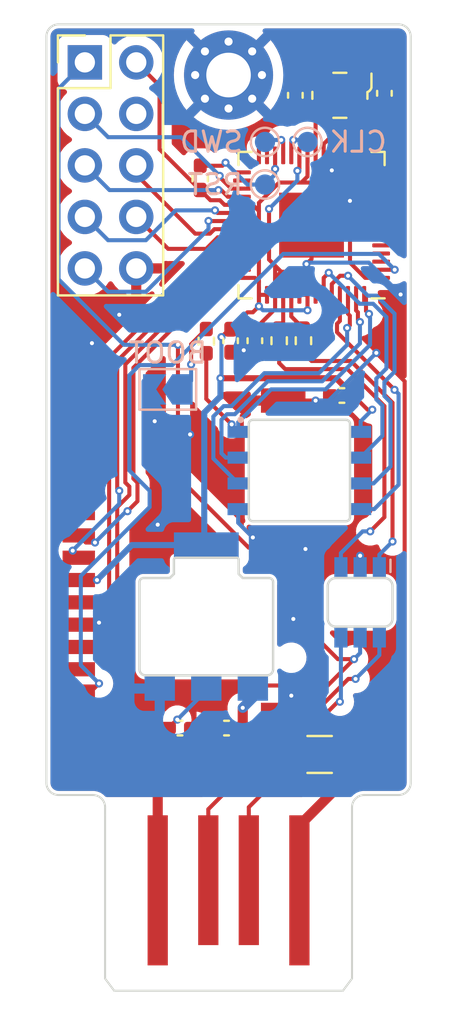
<source format=kicad_pcb>
(kicad_pcb (version 20221018) (generator pcbnew)

  (general
    (thickness 2)
  )

  (paper "A4")
  (layers
    (0 "F.Cu" signal)
    (31 "B.Cu" signal)
    (32 "B.Adhes" user "B.Adhesive")
    (33 "F.Adhes" user "F.Adhesive")
    (34 "B.Paste" user)
    (35 "F.Paste" user)
    (36 "B.SilkS" user "B.Silkscreen")
    (37 "F.SilkS" user "F.Silkscreen")
    (38 "B.Mask" user)
    (39 "F.Mask" user)
    (40 "Dwgs.User" user "User.Drawings")
    (41 "Cmts.User" user "User.Comments")
    (42 "Eco1.User" user "User.Eco1")
    (43 "Eco2.User" user "User.Eco2")
    (44 "Edge.Cuts" user)
    (45 "Margin" user)
    (46 "B.CrtYd" user "B.Courtyard")
    (47 "F.CrtYd" user "F.Courtyard")
    (48 "B.Fab" user)
    (49 "F.Fab" user)
    (50 "User.1" user)
    (51 "User.2" user)
    (52 "User.3" user)
    (53 "User.4" user)
    (54 "User.5" user)
    (55 "User.6" user)
    (56 "User.7" user)
    (57 "User.8" user)
    (58 "User.9" user)
  )

  (setup
    (stackup
      (layer "F.SilkS" (type "Top Silk Screen"))
      (layer "F.Paste" (type "Top Solder Paste"))
      (layer "F.Mask" (type "Top Solder Mask") (thickness 0.01))
      (layer "F.Cu" (type "copper") (thickness 0.035))
      (layer "dielectric 1" (type "core") (thickness 1.91) (material "FR4") (epsilon_r 4.5) (loss_tangent 0.02))
      (layer "B.Cu" (type "copper") (thickness 0.035))
      (layer "B.Mask" (type "Bottom Solder Mask") (thickness 0.01))
      (layer "B.Paste" (type "Bottom Solder Paste"))
      (layer "B.SilkS" (type "Bottom Silk Screen"))
      (copper_finish "Immersion gold")
      (dielectric_constraints no)
    )
    (pad_to_mask_clearance 0)
    (pcbplotparams
      (layerselection 0x00010fc_ffffffff)
      (plot_on_all_layers_selection 0x0000000_00000000)
      (disableapertmacros false)
      (usegerberextensions false)
      (usegerberattributes true)
      (usegerberadvancedattributes true)
      (creategerberjobfile true)
      (dashed_line_dash_ratio 12.000000)
      (dashed_line_gap_ratio 3.000000)
      (svgprecision 4)
      (plotframeref false)
      (viasonmask false)
      (mode 1)
      (useauxorigin false)
      (hpglpennumber 1)
      (hpglpenspeed 20)
      (hpglpendiameter 15.000000)
      (dxfpolygonmode true)
      (dxfimperialunits true)
      (dxfusepcbnewfont true)
      (psnegative false)
      (psa4output false)
      (plotreference true)
      (plotvalue true)
      (plotinvisibletext false)
      (sketchpadsonfab false)
      (subtractmaskfromsilk false)
      (outputformat 1)
      (mirror false)
      (drillshape 1)
      (scaleselection 1)
      (outputdirectory "")
    )
  )

  (net 0 "")
  (net 1 "+5V")
  (net 2 "GND")
  (net 3 "/XIN")
  (net 4 "/XOUT")
  (net 5 "+3V3")
  (net 6 "+1V1")
  (net 7 "VBUS")
  (net 8 "/~{USB_BOOT}")
  (net 9 "/FLASH_CS")
  (net 10 "/USBDP")
  (net 11 "/DP")
  (net 12 "/DM")
  (net 13 "/USBDM")
  (net 14 "/RST")
  (net 15 "/SD_~{CS}")
  (net 16 "/SD_CLK")
  (net 17 "/SD_COPI")
  (net 18 "/SD_CIPO")
  (net 19 "unconnected-(U1-GPIO5-Pad7)")
  (net 20 "unconnected-(U1-GPIO6-Pad8)")
  (net 21 "unconnected-(U1-GPIO7-Pad9)")
  (net 22 "unconnected-(U1-GPIO8-Pad11)")
  (net 23 "unconnected-(U1-GPIO9-Pad12)")
  (net 24 "unconnected-(U1-GPIO10-Pad13)")
  (net 25 "unconnected-(U1-GPIO11-Pad14)")
  (net 26 "unconnected-(U1-GPIO12-Pad15)")
  (net 27 "unconnected-(U1-GPIO13-Pad16)")
  (net 28 "unconnected-(U1-GPIO14-Pad17)")
  (net 29 "unconnected-(U1-GPIO15-Pad18)")
  (net 30 "/SWCLK")
  (net 31 "/SWD")
  (net 32 "unconnected-(U1-GPIO16-Pad27)")
  (net 33 "unconnected-(U1-GPIO17-Pad28)")
  (net 34 "unconnected-(U1-GPIO18-Pad29)")
  (net 35 "unconnected-(U1-GPIO19-Pad30)")
  (net 36 "/FLASH_SD3")
  (net 37 "/FLASH_CLK")
  (net 38 "/FLASH_SD0")
  (net 39 "/FLASH_SD2")
  (net 40 "/FLASH_SD1")
  (net 41 "/D-")
  (net 42 "/D+")
  (net 43 "unconnected-(J3-DAT2-Pad1)")
  (net 44 "unconnected-(J3-DAT1-Pad8)")
  (net 45 "/SD_DET")
  (net 46 "unconnected-(U1-GPIO4-Pad6)")
  (net 47 "unconnected-(U1-GPIO3-Pad5)")
  (net 48 "unconnected-(U1-GPIO2-Pad4)")
  (net 49 "unconnected-(U1-GPIO1-Pad3)")
  (net 50 "/EXP_SCL")
  (net 51 "/EXP_SDA")
  (net 52 "/EXP_TX")
  (net 53 "/EXP_SCK")
  (net 54 "/EXP_~{CS}")
  (net 55 "/EXP_RX")
  (net 56 "unconnected-(J2-Pin_4-Pad4)")

  (footprint "xenua:microSD" (layer "F.Cu") (at 101 106.98 90))

  (footprint "Resistor_SMD:R_0402_1005Metric_Pad0.72x0.64mm_HandSolder" (layer "F.Cu") (at 100.4 96.28 -90))

  (footprint "Package_DFN_QFN:QFN-56-1EP_7x7mm_P0.4mm_EP3.2x3.2mm" (layer "F.Cu") (at 102 90.58 180))

  (footprint "Connector_PinHeader_2.54mm:PinHeader_2x05_P2.54mm_Vertical" (layer "F.Cu") (at 90.8 82.555))

  (footprint "Capacitor_SMD:C_0402_1005Metric_Pad0.74x0.62mm_HandSolder" (layer "F.Cu") (at 101.2 84.18 -90))

  (footprint "Capacitor_SMD:C_0402_1005Metric_Pad0.74x0.62mm_HandSolder" (layer "F.Cu") (at 99.2 96.28 90))

  (footprint "Capacitor_SMD:C_0402_1005Metric_Pad0.74x0.62mm_HandSolder" (layer "F.Cu") (at 105.6 84.08 90))

  (footprint "Capacitor_SMD:C_0402_1005Metric_Pad0.74x0.62mm_HandSolder" (layer "F.Cu") (at 95.5 115.38))

  (footprint "Oscillator:Oscillator_SMD_ECS_2520MV-xxx-xx-4Pin_2.5x2.0mm" (layer "F.Cu") (at 103.4 84.18 -90))

  (footprint "Capacitor_SMD:C_0402_1005Metric_Pad0.74x0.62mm_HandSolder" (layer "F.Cu") (at 97.8 115.38 180))

  (footprint "Fuse:Fuse_1206_3216Metric_Pad1.42x1.75mm_HandSolder" (layer "F.Cu") (at 102.4 116.68 180))

  (footprint "Capacitor_SMD:C_0402_1005Metric_Pad0.74x0.62mm_HandSolder" (layer "F.Cu") (at 103.5 98.98 180))

  (footprint "Resistor_SMD:R_0402_1005Metric_Pad0.72x0.64mm_HandSolder" (layer "F.Cu") (at 96.8 96.3 -90))

  (footprint "MountingHole:MountingHole_2.2mm_M2_Pad_Via" (layer "F.Cu") (at 97.9 83.18))

  (footprint "Resistor_SMD:R_0402_1005Metric_Pad0.72x0.64mm_HandSolder" (layer "F.Cu") (at 96.5 88.25 90))

  (footprint "xenua:USB_A_pad_with_board_edge" (layer "F.Cu") (at 97.9 119.68 180))

  (footprint "Resistor_SMD:R_0402_1005Metric_Pad0.72x0.64mm_HandSolder" (layer "F.Cu") (at 101.6 96.28 90))

  (footprint "Capacitor_SMD:C_0402_1005Metric_Pad0.74x0.62mm_HandSolder" (layer "F.Cu") (at 98 96.28 -90))

  (footprint "TestPoint:TestPoint_Pad_D1.0mm" (layer "B.Cu") (at 101.8 86.48 180))

  (footprint "TestPoint:TestPoint_Pad_D1.0mm" (layer "B.Cu") (at 99.7 86.48 180))

  (footprint "xenua:SOT-23-6_MidMount" (layer "B.Cu") (at 104.4 109.18 -90))

  (footprint "Jumper:SolderJumper-2_P1.3mm_Open_TrianglePad1.0x1.5mm" (layer "B.Cu") (at 94.9 98.68 180))

  (footprint "TestPoint:TestPoint_Pad_D1.0mm" (layer "B.Cu") (at 99.7 88.58 180))

  (footprint "xenua:SOIC-8_3.9x4.9mm_P1.27mm_MidMount" (layer "B.Cu") (at 101.4 102.68 180))

  (footprint "xenua:SOT-223-3_TabPin2_MidMount" (layer "B.Cu") (at 96.8 109.88 90))

  (gr_line (start 89.5 80.68) (end 106.3 80.68)
    (stroke (width 0.1) (type default)) (layer "Edge.Cuts") (tstamp 121926d8-4eae-44f7-ac85-25e7700617e6))
  (gr_line (start 91.2 118.68) (end 89.5 118.68)
    (stroke (width 0.1) (type default)) (layer "Edge.Cuts") (tstamp 444173db-26f1-4e1b-bcd0-4a535ede1314))
  (gr_line (start 104 119.28) (end 104 119.68)
    (stroke (width 0.1) (type default)) (layer "Edge.Cuts") (tstamp 50d07e63-703c-40a1-9a97-7e1acacc3d07))
  (gr_arc (start 89.5 118.68) (mid 89.075736 118.504264) (end 88.9 118.08)
    (stroke (width 0.1) (type default)) (layer "Edge.Cuts") (tstamp 54d132de-4b67-4a19-89a8-5bd5de80b7e1))
  (gr_line (start 91.8 119.28) (end 91.8 119.68)
    (stroke (width 0.1) (type default)) (layer "Edge.Cuts") (tstamp 5bea5574-9a0b-4f83-a856-6e0644690aff))
  (gr_arc (start 104 119.28) (mid 104.175736 118.855736) (end 104.6 118.68)
    (stroke (width 0.1) (type default)) (layer "Edge.Cuts") (tstamp 7ac37f9c-77c0-4bad-9979-335320bc54e4))
  (gr_arc (start 91.2 118.68) (mid 91.624264 118.855736) (end 91.8 119.28)
    (stroke (width 0.1) (type default)) (layer "Edge.Cuts") (tstamp 7d8dd76b-e0b6-4cfd-99ef-2559f3a12142))
  (gr_line (start 88.9 118.08) (end 88.9 81.28)
    (stroke (width 0.1) (type default)) (layer "Edge.Cuts") (tstamp ab3aef28-b724-47bc-b54d-6b05ef2ddbb0))
  (gr_line (start 106.9 81.28) (end 106.9 118.08)
    (stroke (width 0.1) (type default)) (layer "Edge.Cuts") (tstamp ad45314e-8062-45ff-b03a-1ee571ab03bb))
  (gr_arc (start 88.9 81.28) (mid 89.075736 80.855736) (end 89.5 80.68)
    (stroke (width 0.1) (type default)) (layer "Edge.Cuts") (tstamp c69f4f82-9847-4c1a-8d7e-a8e8a58791d0))
  (gr_line (start 104.6 118.68) (end 106.3 118.68)
    (stroke (width 0.1) (type default)) (layer "Edge.Cuts") (tstamp c895d772-4d9d-43da-884f-b4a79ec96216))
  (gr_arc (start 106.3 80.68) (mid 106.724264 80.855736) (end 106.9 81.28)
    (stroke (width 0.1) (type default)) (layer "Edge.Cuts") (tstamp c8fa1323-33f1-4274-90e1-fcea6745bd3d))
  (gr_arc (start 106.9 118.08) (mid 106.724264 118.504264) (end 106.3 118.68)
    (stroke (width 0.1) (type default)) (layer "Edge.Cuts") (tstamp c91dd6c4-af7b-4ea2-bc9a-237eecf46e54))

  (segment (start 102.3 110.98) (end 102.3 109.18) (width 0.2) (layer "F.Cu") (net 1) (tstamp 15d7b197-e319-4f59-b5ae-332bab51230d))
  (segment (start 98.6 115.33) (end 99.95 116.68) (width 0.5) (layer "F.Cu") (net 1) (tstamp 1d787414-f1e9-449f-8c7c-c7acec84084a))
  (segment (start 95.4 102.987107) (end 95.4 96.48) (width 0.2) (layer "F.Cu") (net 1) (tstamp 3c36df46-f41b-47fb-af53-a4e6849cc269))
  (segment (start 99.95 116.68) (end 100.9125 116.68) (width 0.5) (layer "F.Cu") (net 1) (tstamp 821b15a4-6ab0-4349-bc0b-25a62797bd5b))
  (segment (start 99.7 113.28) (end 102.8 113.28) (width 0.2) (layer "F.Cu") (net 1) (tstamp 848ed773-0aa6-448c-bb2b-e4e8f4afa289))
  (segment (start 103.3 111.98) (end 102.3 110.98) (width 0.2) (layer "F.Cu") (net 1) (tstamp 867599e0-1a78-4350-9197-3b9a1b331236))
  (segment (start 98.892893 106.48) (end 95.4 102.987107) (width 0.2) (layer "F.Cu") (net 1) (tstamp 9d35bb12-701e-450a-b8a4-873f7eadec0b))
  (segment (start 98.6 114.38) (end 98.6 115.33) (width 0.5) (layer "F.Cu") (net 1) (tstamp 9f8b913f-51f3-4c8b-b99b-ad75135f8c92))
  (segment (start 104.1 111.98) (end 103.3 111.98) (width 0.2) (layer "F.Cu") (net 1) (tstamp aae711f3-ced2-4f2d-9ce4-1e589723dca8))
  (segment (start 99.6 106.48) (end 98.892893 106.48) (width 0.2) (layer "F.Cu") (net 1) (tstamp bfc88572-0105-4749-9dcb-365cb6b8dabe))
  (segment (start 98.6 114.38) (end 99.7 113.28) (width 0.2) (layer "F.Cu") (net 1) (tstamp d62440da-16eb-4e44-afbf-bff394a696bd))
  (segment (start 102.3 109.18) (end 99.6 106.48) (width 0.2) (layer "F.Cu") (net 1) (tstamp e5316995-21f5-460a-b7ac-b9deed0c4ea6))
  (segment (start 102.8 113.28) (end 104.1 111.98) (width 0.2) (layer "F.Cu") (net 1) (tstamp ed406373-c14f-455e-ad11-8d72d83905e1))
  (via (at 98.6 114.38) (size 0.4) (drill 0.2) (layers "F.Cu" "B.Cu") (net 1) (tstamp 28be53d6-a4cc-4a94-a05c-cf0325925d44))
  (via (at 104.1 111.98) (size 0.4) (drill 0.2) (layers "F.Cu" "B.Cu") (net 1) (tstamp 473cf522-2378-4faa-a5d1-d164f169133a))
  (via (at 95.4 96.48) (size 0.4) (drill 0.2) (layers "F.Cu" "B.Cu") (net 1) (tstamp 6ea86c3f-87ce-484d-b7e2-3da38e5be456))
  (segment (start 99.1 113.88) (end 98.6 114.38) (width 0.5) (layer "B.Cu") (net 1) (tstamp 35d025d6-9506-49e9-9bf8-ec6272d7a676))
  (segment (start 104.4 110.9072) (end 104.4 111.68) (width 0.2) (layer "B.Cu") (net 1) (tstamp 6af5e215-52b1-4181-9332-3bb5348346fc))
  (segment (start 89.5 93.25) (end 89.5 83.855) (width 0.2) (layer "B.Cu") (net 1) (tstamp 7de1bc22-021d-4050-9f82-22453796284d))
  (segment (start 95.4 96.48) (end 92.73 96.48) (width 0.2) (layer "B.Cu") (net 1) (tstamp a03d553a-863e-48f4-b744-4ec90d7ed81f))
  (segment (start 92.73 96.48) (end 89.5 93.25) (width 0.2) (layer "B.Cu") (net 1) (tstamp b2829b23-6a03-4848-8012-fb1baf0967ec))
  (segment (start 99.1 113.43) (end 99.1 113.88) (width 0.5) (layer "B.Cu") (net 1) (tstamp c1998884-7246-4730-b25c-4baed4184f6d))
  (segment (start 89.5 83.855) (end 90.8 82.555) (width 0.2) (layer "B.Cu") (net 1) (tstamp c6ebcdf6-ee7d-48ee-ba4f-d9df7f72f505))
  (segment (start 104.4 111.68) (end 104.1 111.98) (width 0.2) (layer "B.Cu") (net 1) (tstamp f5c52daf-d3a6-4e9b-b4cc-b54739444332))
  (segment (start 104.325 84.905) (end 105.3425 84.905) (width 0.5) (layer "F.Cu") (net 2) (tstamp 0cda7b8a-964b-44b0-9653-5c79a193aed3))
  (segment (start 105.4 96.68) (end 105.2 96.88) (width 0.2) (layer "F.Cu") (net 2) (tstamp 1406295e-143b-466a-b2c2-20d8bd9a570e))
  (segment (start 98.553233 105.433233) (end 99.1 105.98) (width 0.2) (layer "F.Cu") (net 2) (tstamp 1a8857ab-7ae8-49dc-8225-33e9dbb1a74b))
  (segment (start 101 113.78) (end 100.6 114.18) (width 0.2) (layer "F.Cu") (net 2) (tstamp 49e03b11-ca78-426d-8f72-8b9da5a4e4b1))
  (segment (start 105.2 96.88) (end 106.599538 98.279538) (width 0.2) (layer "F.Cu") (net 2) (tstamp 52d3fe72-962f-4da0-9bad-4aa2effe3652))
  (segment (start 103 87.1425) (end 103 87.88) (width 0.2) (layer "F.Cu") (net 2) (tstamp 5dd0a417-5bf7-4877-a192-aef66c3d2a08))
  (segment (start 98.553233 99.976767) (end 98.553233 105.433233) (width 0.2) (layer "F.Cu") (net 2) (tstamp 602c833a-8670-49d6-b944-f5f8ad25389f))
  (segment (start 101.3575 83.455) (end 101.2 83.6125) (width 0.5) (layer "F.Cu") (net 2) (tstamp 605c15a7-bf6c-4826-8b2e-1e681c73cbee))
  (segment (start 103.8968 89.3832) (end 102.7 90.58) (width 0.2) (layer "F.Cu") (net 2) (tstamp 762f9399-d1df-4f43-aa2e-abcc4043a566))
  (segment (start 99.3 99.23) (end 98.553233 99.976767) (width 0.2) (layer "F.Cu") (net 2) (tstamp 7b391312-900c-4f6d-9814-2f8bad3da56e))
  (segment (start 100.6 114.18) (end 100.6 114.73) (width 0.2) (layer "F.Cu") (net 2) (tstamp 8204e673-45cc-431a-ad50-ac8ac06b704d))
  (segment (start 91.4 110.28) (end 91.5 110.18) (width 0.2) (layer "F.Cu") (net 2) (tstamp 83a0fbce-e775-475f-b68f-cba93d8e0848))
  (segment (start 94.4 123.38) (end 94.4 118.38) (width 0.5) (layer "F.Cu") (net 2) (tstamp 998d65d2-7243-49d0-baee-f95a3e734e7f))
  (segment (start 102.7 90.58) (end 102 90.58) (width 0.2) (layer "F.Cu") (net 2) (tstamp aa7ff7b6-879e-4bc1-a587-87d421b1507c))
  (segment (start 105.3425 84.905) (end 105.6 84.6475) (width 0.5) (layer "F.Cu") (net 2) (tstamp b508bcb0-0c9a-4564-a806-a3758de528e6))
  (segment (start 102 92.25) (end 101.75 92.5) (width 0.2) (layer "F.Cu") (net 2) (tstamp c6d4f140-adfa-4773-9ced-2005d8b4528d))
  (segment (start 102 90.58) (end 102 92.25) (width 0.2) (layer "F.Cu") (net 2) (tstamp c925e2f5-cba3-4ee3-b693-9318ba19ab73))
  (segment (start 100.6 99.23) (end 99.3 99.23) (width 0.2) (layer "F.Cu") (net 2) (tstamp da75cbd9-a3d0-4b20-a6fb-4d897c1a5fcb))
  (segment (start 102.475 83.455) (end 101.3575 83.455) (width 0.5) (layer "F.Cu") (net 2) (tstamp dd06b952-8685-4d33-8210-d2b30467e37c))
  (segment (start 106.599538 98.279538) (end 106.599538 106.999538) (width 0.2) (layer "F.Cu") (net 2) (tstamp dec589ac-ab76-4669-9d59-3bb6f5ce2bae))
  (segment (start 105.4 96.58) (end 105.4 96.68) (width 0.2) (layer "F.Cu") (net 2) (tstamp e0593b3c-f0b5-426c-92b3-2b06ddbc0c72))
  (segment (start 102.9325 98.98) (end 102.6825 99.23) (width 0.2) (layer "F.Cu") (net 2) (tstamp ecd5f80c-6a0b-45f1-8d00-fc5147040e35))
  (segment (start 102.6825 99.23) (end 100.6 99.23) (width 0.2) (layer "F.Cu") (net 2) (tstamp f051e408-d7d6-4c73-bf22-0f352aea1826))
  (segment (start 90.5 110.28) (end 91.4 110.28) (width 0.2) (layer "F.Cu") (net 2) (tstamp f0b63095-ddff-4d6a-8dba-9230e87ca136))
  (via (at 105.2 96.88) (size 0.4) (drill 0.2) (layers "F.Cu" "B.Cu") (net 2) (tstamp 0046c848-23e9-49c7-a265-3e47d63e391b))
  (via (at 92.5 95) (size 0.4) (drill 0.2) (layers "F.Cu" "B.Cu") (free) (net 2) (tstamp 119a8c98-b8c0-437d-8726-e5428dbb993c))
  (via (at 94.4 105.35) (size 0.4) (drill 0.2) (layers "F.Cu" "B.Cu") (free) (net 2) (tstamp 1280072b-6350-40de-a800-31a3536f6ed0))
  (via (at 96 100.9) (size 0.4) (drill 0.2) (layers "F.Cu" "B.Cu") (free) (net 2) (tstamp 2c1404cd-ad1b-400b-bed3-4a8ed7c61335))
  (via (at 101.75 92.5) (size 0.4) (drill 0.2) (layers "F.Cu" "B.Cu") (net 2) (tstamp 39648b4f-d3b5-4a46-a261-819d8b81d1b5))
  (via (at 103.8968 89.3832) (size 0.4) (drill 0.2) (layers "F.Cu" "B.Cu") (net 2) (tstamp 6aaee272-6c87-4f54-bcb5-63b3967650b5))
  (via (at 103 87.88) (size 0.4) (drill 0.2) (layers "F.Cu" "B.Cu") (net 2) (tstamp 89203921-0898-4708-ad31-e9038d3877eb))
  (via (at 91.15 96.4) (size 0.4) (drill 0.2) (layers "F.Cu" "B.Cu") (free) (net 2) (tstamp 8995e9a8-9ba3-4d02-82c1-25c66eae4b9b))
  (via (at 106.4 94) (size 0.4) (drill 0.2) (layers "F.Cu" "B.Cu") (free) (net 2) (tstamp aa472af7-88e9-4f92-b0cd-c67c82b7c30c))
  (via (at 101.7 106.55) (size 0.4) (drill 0.2) (layers "F.Cu" "B.Cu") (free) (net 2) (tstamp ac93be67-686f-44fd-b004-115e66974303))
  (via (at 101.1 110) (size 0.4) (drill 0.2) (layers "F.Cu" "B.Cu") (free) (net 2) (tstamp b6f92838-80f6-4530-8720-b3b03854cdcb))
  (via (at 91.5 110.18) (size 0.4) (drill 0.2) (layers "F.Cu" "B.Cu") (net 2) (tstamp ba9fbe93-951f-42eb-9e59-8c9fe96a998d))
  (via (at 104.4 106.88) (size 0.4) (drill 0.2) (layers "F.Cu" "B.Cu") (net 2) (tstamp c3f0a57c-09f3-4bcf-946d-e02f72753023))
  (via (at 94.25 100.25) (size 0.4) (drill 0.2) (layers "F.Cu" "B.Cu") (net 2) (tstamp d75c16b1-0421-4c24-9695-244810f9ca6e))
  (via (at 98.65 96.75) (size 0.4) (drill 0.2) (layers "F.Cu" "B.Cu") (free) (net 2) (tstamp dc49e066-7322-43a9-99d2-6d65622bffdf))
  (via (at 102.2 99.23) (size 0.4) (drill 0.2) (layers "F.Cu" "B.Cu") (net 2) (tstamp de053ca8-fd5a-489c-a104-743d20c499d3))
  (via (at 99.1 105.98) (size 0.4) (drill 0.2) (layers "F.Cu" "B.Cu") (net 2) (tstamp f5b273b6-b769-4cf5-b4ca-5e6d98d91eec))
  (via (at 101 113.78) (size 0.4) (drill 0.2) (layers "F.Cu" "B.Cu") (net 2) (tstamp fe4938a2-eb18-4722-b318-d401a9af0fcb))
  (segment (start 101.820688 92.429312) (end 101.75 92.5) (width 0.2) (layer "B.Cu") (net 2) (tstamp 148e7507-1072-48d0-addc-d176ac0b66a1))
  (segment (start 98.375 105.255) (end 99.1 105.98) (width 0.2) (layer "B.Cu") (net 2) (tstamp 30cf90de-0612-45e3-87e7-18ca9234166a))
  (segment (start 106.4 94) (end 104.829312 92.429312) (width 0.2) (layer "B.Cu") (net 2) (tstamp 45daf810-3949-43de-8624-55251eaecb39))
  (segment (start 102.85 99.23) (end 102.2 99.23) (width 0.2) (layer "B.Cu") (net 2) (tstamp 4cef55ef-dd30-435d-b36a-bf20a46e68d8))
  (segment (start 104.829312 92.429312) (end 101.820688 92.429312) (width 0.2) (layer "B.Cu") (net 2) (tstamp 5d0bd0ac-bb5a-4027-8bf3-cf735fe0c257))
  (segment (start 101.75 92.5) (end 101.75 93.5) (width 0.2) (layer "B.Cu") (net 2) (tstamp 709297b6-3b9f-48f5-9df7-1fb7f7bde943))
  (segment (start 94.175 98.68) (end 94.175 100.175) (width 0.2) (layer "B.Cu") (net 2) (tstamp 72cd63fc-b6dd-4530-8ecc-02dbc9060738))
  (segment (start 98.375 104.585) (end 98.375 105.255) (width 0.2) (layer "B.Cu") (net 2) (tstamp b22f7b47-224c-4dc2-8283-e3bb48ebb7e2))
  (segment (start 104.4 107.4528) (end 104.4 106.88) (width 0.2) (layer "B.Cu") (net 2) (tstamp b79d12cd-888f-456b-8d68-7a1cefdbcaf3))
  (segment (start 94.175 100.175) (end 94.25 100.25) (width 0.2) (layer "B.Cu") (net 2) (tstamp c938e153-6596-4db9-a559-c818bb966b74))
  (segment (start 105.2 96.88) (end 102.85 99.23) (width 0.2) (layer "B.Cu") (net 2) (tstamp db7e29ce-be35-4ffe-b413-3c5fa588925d))
  (segment (start 104.3825 83.5125) (end 104.325 83.455) (width 0.2) (layer "F.Cu") (net 3) (tstamp 014ad50d-db0a-4550-962f-fa27e824f21b))
  (segment (start 103.4 84.38) (end 104.325 83.455) (width 0.2) (layer "F.Cu") (net 3) (tstamp 59e191b6-33cd-43e2-8e97-a3b3522ec383))
  (segment (start 102.6 87.1425) (end 102.6 86.58) (width 0.2) (layer "F.Cu") (net 3) (tstamp 7f35e396-147d-4a44-ad05-531e2ae3808f))
  (segment (start 105.6 83.5125) (end 104.3825 83.5125) (width 0.2) (layer "F.Cu") (net 3) (tstamp a1bfab06-f8a7-481d-9b56-aa8db423dd35))
  (segment (start 102.6 86.58) (end 103.4 85.78) (width 0.2) (layer "F.Cu") (net 3) (tstamp d222a1fa-9875-4320-a65f-ceeed1ae07fb))
  (segment (start 103.4 85.78) (end 103.4 84.38) (width 0.2) (layer "F.Cu") (net 3) (tstamp e86ea439-1da1-46bb-a06b-0cf70b88855c))
  (segment (start 102.2 85.18) (end 102.2 87.1425) (width 0.2) (layer "F.Cu") (net 4) (tstamp 1aca020c-972a-48c8-909c-22086bd924e0))
  (segment (start 101.2 84.7475) (end 102.3175 84.7475) (width 0.2) (layer "F.Cu") (net 4) (tstamp 258e53c5-19d6-40ca-bd4d-2a61d914b1d6))
  (segment (start 102.3175 84.7475) (end 102.475 84.905) (width 0.2) (layer "F.Cu") (net 4) (tstamp 880f643b-b959-47df-b47c-44ae654a9b12))
  (segment (start 102.475 84.905) (end 102.2 85.18) (width 0.2) (layer "F.Cu") (net 4) (tstamp c27c1104-7008-42ec-9102-c7d3c5e526f2))
  (segment (start 99.8 94.0175) (end 99.4 94.0175) (width 0.2) (layer "F.Cu") (net 5) (tstamp 08b73db2-bba3-475a-89cc-19a205f829a0))
  (segment (start 101.8 87.1425) (end 101.8 88.18) (width 0.2) (layer "F.Cu") (net 5) (tstamp 0c818701-5881-4615-84c3-f0bd0c1e58cf))
  (segment (start 104.3968 89.590307) (end 104.002082 89.985025) (width 0.2) (layer "F.Cu") (net 5) (tstamp 0f68d969-4d8e-4d9f-9e0c-13fa3eeff72e))
  (segment (start 99.094975 89.58) (end 99.4 89.885025) (width 0.2) (layer "F.Cu") (net 5) (tstamp 24b8c869-f314-4280-89ab-e1afbc63fda1))
  (segment (start 99.4 89.48) (end 99.4 89.885025) (width 0.2) (layer "F.Cu") (net 5) (tstamp 27cf56ac-b391-4a4b-b1c5-2837445dcbe2))
  (segment (start 94.49 86.8375) (end 94.49 83.705) (width 0.2) (layer "F.Cu") (net 5) (tstamp 2ad9aafb-29ef-48f8-8435-913b6118aef7))
  (segment (start 103.9 92.43) (end 104.65 93.18) (width 0.2) (layer "F.Cu") (net 5) (tstamp 2f4009fd-391f-4c4b-b5a3-e4458b2f2d77))
  (segment (start 105 99.68) (end 104.7675 99.68) (width 0.2) (layer "F.Cu") (net 5) (tstamp 30f16560-caa1-4b16-aa36-35b1daea1d32))
  (segment (start 90.5 108.08) (end 91.4 108.08) (width 0.2) (layer "F.Cu") (net 5) (tstamp 3161cdca-8ef5-403a-aa8f-39121bdc1e2f))
  (segment (start 104.7675 99.68) (end 104.0675 98.98) (width 0.2) (layer "F.Cu") (net 5) (tstamp 34638d85-6ee6-46da-9f1a-ab01a3890a1d))
  (segment (start 97.9375 95.7125) (end 97.55 96.1) (width 0.2) (layer "F.Cu") (net 5) (tstamp 35cd8f45-072b-407d-8134-d542e70647ca))
  (segment (start 100.4 88.48) (end 99.4 89.48) (width 0.2) (layer "F.Cu") (net 5) (tstamp 42d3741f-a4bb-4c18-b422-2ab1db634309))
  (segment (start 98.5625 93.18) (end 99.2 93.18) (width 0.2) (layer "F.Cu") (net 5) (tstamp 43ed5733-c3dc-4729-929c-6adcfa725f7c))
  (segment (start 95.366778 114.962111) (end 95.350389 114.962111) (width 0.2) (layer "F.Cu") (net 5) (tstamp 48cc9b55-43a9-4012-8786-7828e7d64907))
  (segment (start 101.8 94.0175) (end 101.4 94.0175) (width 0.2) (layer "F.Cu") (net 5) (tstamp 4ad1ae34-6467-4772-a6af-6dc7b699bd47))
  (segment (start 97.471828 89.3532) (end 97.0057 89.3532) (width 0.2) (layer "F.Cu") (net 5) (tstamp 4b18c7f0-9162-42e3-b85a-9ce2859e028f))
  (segment (start 98.5625 89.58) (end 99.094975 89.58) (width 0.2) (layer "F.Cu") (net 5) (tstamp 50a2369f-2251-433f-8325-b0605fbd5995))
  (segment (start 103.994975 89.985025) (end 103.9 90.08) (width 0.2) (layer "F.Cu") (net 5) (tstamp 5452efd1-65b7-4eb8-bbb7-2548d6e5aac4))
  (segment (start 99.4 89.885025) (end 99.4 93.38) (width 0.2) (layer "F.Cu") (net 5) (tstamp 58f3b3fc-47fe-424f-8668-66e46f8cbea8))
  (segment (start 99.4 93.38) (end 99.4 94.0175) (width 0.2) (layer "F.Cu") (net 5) (tstamp 5a5ada99-55a8-484d-9bc2-9f95a39b8b4c))
  (segment (start 97.0057 89.3532) (end 96.5 88.8475) (width 0.2) (layer "F.Cu") (net 5) (tstamp 5b73593b-52a7-46c6-bd52-559016b607c6))
  (segment (start 94.49 83.705) (end 93.34 82.555) (width 0.2) (layer "F.Cu") (net 5) (tstamp 5de28887-da35-4d6d-afd9-850ea71b8de3))
  (segment (start 101.8 88.18) (end 101.5 88.48) (width 0.2) (layer "F.Cu") (net 5) (tstamp 6a963d92-822a-4299-ad44-660c4b007a0a))
  (segment (start 99.4 94.0175) (end 99.4 94.58) (width 0.2) (layer "F.Cu") (net 5) (tstamp 6bb20e5b-70a4-44b7-97ef-167ac0a51102))
  (segment (start 104.8 89.58) (end 104.3968 89.1768) (width 0.2) (layer "F.Cu") (net 5) (tstamp 73e187fa-d745-4b1b-84d9-441e6cfb6fb5))
  (segment (start 99.4 94.58) (end 99.1 94.88) (width 0.2) (layer "F.Cu") (net 5) (tstamp 75a07331-2632-42ad-8174-741515b8c0ce))
  (segment (start 104.3968 89.1768) (end 104.3968 89.590307) (width 0.2) (layer "F.Cu") (net 5) (tstamp 852def00-b431-49be-bf4c-13b1c116af10))
  (segment (start 104.3968 89.1768) (end 103.7 88.48) (width 0.2) (layer "F.Cu") (net 5) (tstamp a368d69f-28d8-407a-9e1f-de4dcb2e845f))
  (segment (start 101.5 88.48) (end 100.4 88.48) (width 0.2) (layer "F.Cu") (net 5) (tstamp a42646a5-3b64-4040-aa03-dd04819b951a))
  (segment (start 97.698628 89.58) (end 97.471828 89.3532) (width 0.2) (layer "F.Cu") (net 5) (tstamp addadbcb-3c69-48cf-9ee3-ce5fb405ccff))
  (segment (start 99.2 93.18) (end 99.4 93.38) (width 0.2) (layer "F.Cu") (net 5) (tstamp b2c25371-db8c-4d52-9227-98f15953e755))
  (segment (start 104.002082 89.985025) (end 103.994975 89.985025) (width 0.2) (layer "F.Cu") (net 5) (tstamp b98a9672-5d76-4c10-b026-194c04066473))
  (segment (start 99.1 94.88) (end 98.8325 94.88) (width 0.2) (layer "F.Cu") (net 5) (tstamp c1a0e0a9-dcc1-40e1-9d7b-f2f1ae13e98a))
  (segment (start 104.65 93.18) (end 105.4375 93.18) (width 0.2) (layer "F.Cu") (net 5) (tstamp c1b70b6b-630a-4e0d-bdd1-16972b4363a7))
  (segment (start 103.9 90.08) (end 103.9 92.43) (width 0.2) (layer "F.Cu") (net 5) (tstamp c242ecc5-e56c-4850-879e-da0193224287))
  (segment (start 97.5 98.13) (end 103.2175 98.13) (width 0.3) (layer "F.Cu") (net 5) (tstamp ca34beed-8542-4c1a-9c8f-3971b9fee5b2))
  (segment (start 95.350389 114.962111) (end 94.9325 115.38) (width 0.2) (layer "F.Cu") (net 5) (tstamp d6f34d38-69ad-4b12-ba8e-639b85be52ca))
  (segment (start 96.5 88.8475) (end 94.49 86.8375) (width 0.2) (layer "F.Cu") (net 5) (tstamp d80bcfc6-ec2a-4618-b08d-f891a35a2f3a))
  (segment (start 98.8325 94.88) (end 98 95.7125) (width 0.2) (layer "F.Cu") (net 5) (tstamp df3dd6dd-38d8-4478-a381-b0aac99882ad))
  (segment (start 98.5625 89.58) (end 97.698628 89.58) (width 0.2) (layer "F.Cu") (net 5) (tstamp e0a802ee-9715-467e-83bf-486fe5f7aa52))
  (segment (start 103.7 88.48) (end 101.5 88.48) (width 0.2) (layer "F.Cu") (net 5) (tstamp e56e237d-8a71-4477-8f98-7824cf1c80b0))
  (segment (start 105.4375 89.58) (end 104.8 89.58) (width 0.2) (layer "F.Cu") (net 5) (tstamp f44160cc-f850-4dfb-9eb8-23a87666ada4))
  (segment (start 98 95.7125) (end 97.9375 95.7125) (width 0.2) (layer "F.Cu") (net 5) (tstamp f4b1984d-2fa6-4a5d-b413-1bb9e00fdf59))
  (segment (start 103.2175 98.13) (end 104.0675 98.98) (width 0.3) (layer "F.Cu") (net 5) (tstamp f7a5281e-b3c1-4ec9-9b63-2823b4ad2c89))
  (segment (start 101.8 94.0175) (end 101.8 94.78) (width 0.2) (layer "F.Cu") (net 5) (tstamp fcc432f2-e211-46fe-8938-8c29712b92e6))
  (via (at 97.5 98.13) (size 0.4) (drill 0.2) (layers "F.Cu" "B.Cu") (net 5) (tstamp 135c74c2-5730-43fa-a29b-4c8a57149997))
  (via (at 97.55 96.1) (size 0.4) (drill 0.2) (layers "F.Cu" "B.Cu") (net 5) (tstamp 57154dba-818c-4f06-b8a6-f1239047f044))
  (via (at 95.366778 114.962111) (size 0.4) (drill 0.2) (layers "F.Cu" "B.Cu") (net 5) (tstamp 74ed9888-af1a-4a86-b105-75db35cecd08))
  (via (at 101.8 94.78) (size 0.4) (drill 0.2) (layers "F.Cu" "B.Cu") (net 5) (tstamp 9290cf7e-9b94-4f2e-9a8d-bfda8239407a))
  (via (at 105 99.68) (size 0.4) (drill 0.2) (layers "F.Cu" "B.Cu") (net 5) (tstamp 94f18982-43fa-48e5-aecd-095b4c19e28f))
  (via (at 91.4 108.08) (size 0.4) (drill 0.2) (layers "F.Cu" "B.Cu") (net 5) (tstamp ac44d3ab-4da5-4aeb-93d5-1120e6164e9f))
  (via (at 99.4 94.58) (size 0.4) (drill 0.2) (layers "F.Cu" "B.Cu") (net 5) (tstamp be0f16f7-9dd1-4390-a559-aa69dfcd0487))
  (segment (start 101.8 94.78) (end 99.6 94.78) (width 0.2) (layer "B.Cu") (net 5) (tstamp 0173e50d-a520-4eb2-9423-a861e38f67ca))
  (segment (start 96.8 113.528889) (end 95.366778 114.962111) (width 0.2) (layer "B.Cu") (net 5) (tstamp 1535aa79-be28-4d84-aad7-ab909953f507))
  (segment (start 97.5 98.13) (end 97.5 99.053383) (width 0.3) (layer "B.Cu") (net 5) (tstamp 2692beb6-4744-4a66-a31b-4951adbf1148))
  (segment (start 91.4 108.08) (end 93.125 106.355) (width 0.3) (layer "B.Cu") (net 5) (tstamp 32669529-4431-489c-9743-f0b071f64e5d))
  (segment (start 96.8 113.43) (end 96.8 113.528889) (width 0.2) (layer "B.Cu") (net 5) (tstamp 3a66e4c2-3d6a-4185-8c7a-807ac8d77bee))
  (segment (start 105 99.68) (end 104.425 100.255) (width 0.2) (layer "B.Cu") (net 5) (tstamp 3b436885-ebef-4ca1-a1f3-9b1847f7e839))
  (segment (start 97.472035 99.053383) (end 96.7 99.825418) (width 0.3) (layer "B.Cu") (net 5) (tstamp 4b120fb7-984c-41e2-9dbd-71084d6b2135))
  (segment (start 96.7 99.825418) (end 96.7 106.255) (width 0.3) (layer "B.Cu") (net 5) (tstamp 4b6e2fb3-0417-4524-9ad4-f4ee5db47d37))
  (segment (start 97.55 98.08) (end 97.5 98.13) (width 0.2) (layer "B.Cu") (net 5) (tstamp 4e50e261-a8ef-4d7f-b7e1-a4dd38fefebf))
  (segment (start 104.425 100.255) (end 104.425 100.775) (width 0.2) (layer "B.Cu") (net 5) (tstamp 6518aeb4-8aec-4443-bc0d-1aa486ea4894))
  (segment (start 93.125 106.355) (end 96.8 106.355) (width 0.3) (layer "B.Cu") (net 5) (tstamp 7c6c6a6c-0a3a-442e-ada6-bd63a69eecca))
  (segment (start 97.5 99.053383) (end 97.472035 99.053383) (width 0.3) (layer "B.Cu") (net 5) (tstamp 7f1c966a-df64-4cc5-a29a-67137d862825))
  (segment (start 99.6 94.78) (end 99.4 94.58) (width 0.2) (layer "B.Cu") (net 5) (tstamp 9158f953-6a73-4bbe-9c4d-943f9de6f9c6))
  (segment (start 97.55 96.1) (end 97.55 98.08) (width 0.2) (layer "B.Cu") (net 5) (tstamp a04a14ce-d569-4b99-a2a1-1588f01504d2))
  (segment (start 96.7 106.255) (end 96.8 106.355) (width 0.3) (layer "B.Cu") (net 5) (tstamp c0c62c9d-b0f2-49fe-a301-3be015f55194))
  (segment (start 99.9 89.78) (end 99.9 92.28) (width 0.2) (layer "F.Cu") (net 6) (tstamp 1510b59b-047f-4c48-85a5-2eb71191b87c))
  (segment (start 100.5 92.88) (end 100.2 93.18) (width 0.2) (layer "F.Cu") (net 6) (tstamp 2c2777b0-a05b-4705-9116-496e9ad7a898))
  (segment (start 101.4 87.80373) (end 101.3005 87.90323) (width 0.2) (layer "F.Cu") (net 6) (tstamp 305c2567-8be5-40d9-8685-1f81f74818ac))
  (segment (start 101.4 87.1425) (end 101.4 87.80373) (width 0.2) (layer "F.Cu") (net 6) (tstamp 433dfd66-a592-4a63-b6f6-fb71e18b5683))
  (segment (start 100.2 93.48) (end 100.2 92.58) (width 0.2) (layer "F.Cu") (net 6) (tstamp 53cc2411-96ce-4eea-b67e-98594696b1f0))
  (segment (start 101.53 93.28) (end 101.994975 93.28) (width 0.2) (layer "F.Cu") (net 6) (tstamp 5461868f-ac23-459d-aecb-f6507d1342db))
  (segment (start 100.2 94.0175) (end 100.2 93.48) (width 0.2) (layer "F.Cu") (net 6) (tstamp 55c1e4a6-e6d0-47f2-bc65-83b94c87e14a))
  (segment (start 100.2 94.0175) (end 100.2 94.7125) (width 0.2) (layer "F.Cu") (net 6) (tstamp 65b0c084-b057-4480-9dcf-6781e7b22422))
  (segment (start 99.9 92.28) (end 100.2 92.58) (width 0.2) (layer "F.Cu") (net 6) (tstamp 733414e0-e839-453a-beed-844f326c1e1c))
  (segment (start 100.2 94.7125) (end 99.2 95.7125) (width 0.2) (layer "F.Cu") (net 6) (tstamp 8bdf5975-c4a3-44d4-96f7-725c234b76ba))
  (segment (start 100.5 92.88) (end 101.13 92.88) (width 0.2) (layer "F.Cu") (net 6) (tstamp b549c7e3-7014-4f10-82ec-6bda767cccee))
  (segment (start 102.2 93.485025) (end 102.2 94.0175) (width 0.2) (layer "F.Cu") (net 6) (tstamp cc4c6d53-0ec0-46bd-8215-ef9ce734b72a))
  (segment (start 100.2 93.18) (end 100.2 93.48) (width 0.2) (layer "F.Cu") (net 6) (tstamp db0a6105-357a-435a-adb7-594fe31ad138))
  (segment (start 100.2 92.58) (end 100.5 92.88) (width 0.2) (layer "F.Cu") (net 6) (tstamp eaf2dcf4-6eab-42f7-8408-f27996bd6d63))
  (segment (start 101.994975 93.28) (end 102.2 93.485025) (width 0.2) (layer "F.Cu") (net 6) (tstamp f4511159-3d12-4973-b829-b4044a510ab3))
  (segment (start 101.13 92.88) (end 101.53 93.28) (width 0.2) (layer "F.Cu") (net 6) (tstamp fae53d62-289b-441a-9846-4e3c1407fe4c))
  (via (at 99.9 89.78) (size 0.4) (drill 0.2) (layers "F.Cu" "B.Cu") (net 6) (tstamp 313be342-c10d-4429-95fd-1a145613934b))
  (via (at 101.3005 87.90323) (size 0.4) (drill 0.2) (layers "F.Cu" "B.Cu") (net 6) (tstamp 729de6a1-8955-4eb1-b441-700565d80463))
  (segment (start 101.3005 88.3795) (end 99.9 89.78) (width 0.2) (layer "B.Cu") (net 6) (tstamp 228a7e63-4b16-4adc-9cd9-3bff9ce6e3d5))
  (segment (start 101.3005 87.90323) (end 101.3005 88.3795) (width 0.2) (layer "B.Cu") (net 6) (tstamp 3351eca5-7e6b-40d3-bd85-c392e346163e))
  (segment (start 103.797106 117.782894) (end 101.4 120.18) (width 0.5) (layer "F.Cu") (net 7) (tstamp 22741f22-6a5f-496c-8f26-a936f9b51f20))
  (segment (start 103.8875 116.68) (end 103.797106 116.770394) (width 0.5) (layer "F.Cu") (net 7) (tstamp 4554d1f1-8c52-462b-a7f1-905fffc28880))
  (segment (start 103.797106 116.770394) (end 103.797106 117.782894) (width 0.5) (layer "F.Cu") (net 7) (tstamp 5da1bbf2-ecc0-4d4f-9548-99449a88be97))
  (segment (start 101.4 120.18) (end 101.4 123.38) (width 0.5) (layer "F.Cu") (net 7) (tstamp a8080e88-d9a4-418b-b30f-345a872d3e0e))
  (segment (start 96.05 96.4525) (end 96.05 97.45) (width 0.2) (layer "F.Cu") (net 8) (tstamp 17aad2d6-2496-4720-9f54-c029d0999b4a))
  (segment (start 96.8 95.7025) (end 96.05 96.4525) (width 0.2) (layer "F.Cu") (net 8) (tstamp 53d55f9c-7cf5-4d2f-92de-b055c2a67937))
  (via (at 96.05 97.45) (size 0.4) (drill 0.2) (layers "F.Cu" "B.Cu") (net 8) (tstamp b437a4e2-bac0-49ed-a706-947e1813b793))
  (segment (start 96.05 98.255) (end 95.625 98.68) (width 0.2) (layer "B.Cu") (net 8) (tstamp 1e406a16-dd21-400e-9d8b-1848ae259df4))
  (segment (start 96.05 97.45) (end 96.05 98.255) (width 0.2) (layer "B.Cu") (net 8) (tstamp 37e76d80-0995-449f-980c-58ce7429da83))
  (segment (start 98.053233 100.403383) (end 96.8 99.15015) (width 0.2) (layer "F.Cu") (net 9) (tstamp 04fbbf39-b3a7-4af4-87d5-93f25ac59dc5))
  (segment (start 104.837114 94.957317) (end 104.691125 94.811328) (width 0.2) (layer "F.Cu") (net 9) (tstamp 4749023a-4f0a-458d-93a8-35eb10dc9b45))
  (segment (start 104.691125 94.811328) (end 104.691125 94.108625) (width 0.2) (layer "F.Cu") (net 9) (tstamp 5a04e386-b14d-44ce-9327-2cd6fc6a4f60))
  (segment (start 104.691125 94.108625) (end 104.6 94.0175) (width 0.2) (layer "F.Cu") (net 9) (tstamp 65ae878e-b8ef-43f5-8660-0920a05b0736))
  (segment (start 96.8 99.15015) (end 96.8 96.8975) (width 0.2) (layer "F.Cu") (net 9) (tstamp 9a3866b8-8c83-465b-888d-c7ce1f16b7ba))
  (via (at 104.837114 94.957317) (size 0.4) (drill 0.2) (layers "F.Cu" "B.Cu") (net 9) (tstamp 5f12d3fd-39d4-42a9-99ef-c6037cf342ba))
  (via (at 98.053233 100.403383) (size 0.4) (drill 0.2) (layers "F.Cu" "B.Cu") (net 9) (tstamp 6fc001f3-b861-424a-af98-4db128cee5c6))
  (segment (start 98.375 100.775) (end 98.375 100.305) (width 0.2) (layer "B.Cu") (net 9) (tstamp 01a1444c-6fa7-46d6-928a-e1875aa48460))
  (segment (start 104.890625 95.150273) (end 104.837114 95.096762) (width 0.2) (layer "B.Cu") (net 9) (tstamp 0f2d30d9-4d15-407b-9ccc-180b05b41135))
  (segment (start 102.692893 98.68) (end 104.890625 96.482268) (width 0.2) (layer "B.Cu") (net 9) (tstamp 11d570f7-0c01-473a-9c78-73a63da7ad2d))
  (segment (start 98.053233 100.453233) (end 98.375 100.775) (width 0.2) (layer "B.Cu") (net 9) (tstamp 1e36f546-c57b-429d-89ad-4d512e939357))
  (segment (start 104.890625 96.482268) (end 104.890625 95.150273) (width 0.2) (layer "B.Cu") (net 9) (tstamp 38751077-65d5-498d-9d9e-6d65a21c5a24))
  (segment (start 104.837114 95.096762) (end 104.837114 94.957317) (width 0.2) (layer "B.Cu") (net 9) (tstamp 63b378c5-4247-4945-b44a-42219e30c0a8))
  (segment (start 98.375 100.305) (end 100 98.68) (width 0.2) (layer "B.Cu") (net 9) (tstamp 8829b58d-cca9-4f48-b86a-2693563e8910))
  (segment (start 98.053233 100.403383) (end 98.053233 100.453233) (width 0.2) (layer "B.Cu") (net 9) (tstamp a2c5c793-fdba-49e8-9746-c5b7459f28c7))
  (segment (start 100 98.68) (end 102.692893 98.68) (width 0.2) (layer "B.Cu") (net 9) (tstamp cb7136d6-f713-47dd-9969-0cf22326b277))
  (segment (start 106 99.335848) (end 103.944153 97.28) (width 0.2) (layer "F.Cu") (net 10) (tstamp 2c55cb96-70dc-4f4b-a278-1664ff9d23f7))
  (segment (start 102.0025 97.28) (end 101.6 96.8775) (width 0.2) (layer "F.Cu") (net 10) (tstamp 8b54e2cf-2df6-4531-9347-6730b43aca7d))
  (segment (start 103.944153 97.28) (end 102.0025 97.28) (width 0.2) (layer "F.Cu") (net 10) (tstamp ada3c1b4-52d0-423b-861a-365e7ec706e3))
  (segment (start 106 106.18) (end 106 99.335848) (width 0.2) (layer "F.Cu") (net 10) (tstamp b129c4da-ae37-4e52-aca9-63a6d3422fad))
  (via (at 106 106.18) (size 0.4) (drill 0.2) (layers "F.Cu" "B.Cu") (net 10) (tstamp fddbd939-360d-4311-8df6-1e8030318486))
  (segment (start 105.35 107.4528) (end 105.35 106.83) (width 0.2) (layer "B.Cu") (net 10) (tstamp 15462a45-1721-499a-92e0-7d843e82fc1c))
  (segment (start 105.35 106.83) (end 106 106.18) (width 0.2) (layer "B.Cu") (net 10) (tstamp 7c8c1df3-07b5-4db4-9e58-6abc557d9eb0))
  (segment (start 101 95.0825) (end 101.6 95.6825) (width 0.2) (layer "F.Cu") (net 11) (tstamp 6fe6ee46-6956-4b4b-8c23-18913b73603c))
  (segment (start 101 94.0175) (end 101 95.0825) (width 0.2) (layer "F.Cu") (net 11) (tstamp ed47096e-fed8-4777-a659-6b637722a7db))
  (segment (start 100.4 95.6825) (end 100.6 95.4825) (width 0.2) (layer "F.Cu") (net 12) (tstamp 3139ac04-750b-41ce-ad6a-d5f16dae4b95))
  (segment (start 100.6 95.4825) (end 100.6 94.0175) (width 0.2) (layer "F.Cu") (net 12) (tstamp 3ab20d87-6738-4c68-9876-d69e7ea39afe))
  (segment (start 105.6 104.98) (end 105.6 99.501533) (width 0.2) (layer "F.Cu") (net 13) (tstamp 02dcccc5-7baa-43fb-bc94-7e53598f3ff9))
  (segment (start 100.7 97.68) (end 100.4 97.38) (width 0.2) (layer "F.Cu") (net 13) (tstamp 11fa47d1-fa3e-4978-995e-0798fc87c70d))
  (segment (start 104.9 105.68) (end 105.6 104.98) (width 0.2) (layer "F.Cu") (net 13) (tstamp 37c6995b-2e5a-4b8b-b258-48ecb20176e2))
  (segment (start 103.778467 97.68) (end 100.7 97.68) (width 0.2) (layer "F.Cu") (net 13) (tstamp 76a0aac2-c50d-4ca0-bf27-8a26627e0c38))
  (segment (start 105.6 99.501533) (end 103.778467 97.68) (width 0.2) (layer "F.Cu") (net 13) (tstamp a09e51d2-7645-4b2d-a3d9-f9d53b964d99))
  (segment (start 100.4 97.38) (end 100.4 96.8775) (width 0.2) (layer "F.Cu") (net 13) (tstamp cda94193-4397-4c67-bfcb-a0753680c21f))
  (via (at 104.9 105.68) (size 0.4) (drill 0.2) (layers "F.Cu" "B.Cu") (net 13) (tstamp f52f9ee9-57bc-41d4-a7fd-f370f2a4dcfe))
  (segment (start 104.9 105.68) (end 104.5228 105.68) (width 0.2) (layer "B.Cu") (net 13) (tstamp a02a28f2-ed5c-414c-bcd8-b1006bca4911))
  (segment (start 103.45 106.7528) (end 103.45 107.4528) (width 0.2) (layer "B.Cu") (net 13) (tstamp b586a2b3-5137-47d1-9f99-a9ff846f9451))
  (segment (start 104.5228 105.68) (end 103.45 106.7528) (width 0.2) (layer "B.Cu") (net 13) (tstamp c12ee88b-38c8-4931-b820-3149d64281a8))
  (segment (start 100.2 87.1425) (end 100.2 87.812047) (width 0.2) (layer "F.Cu") (net 14) (tstamp 0f9488a9-73e7-4611-ad9c-3c8b66a9246b))
  (segment (start 97.5975 87.6525) (end 96.5 87.6525) (width 0.2) (layer "F.Cu") (net 14) (tstamp 153dd8f7-d58e-4747-bab6-1ef79780bd3c))
  (segment (start 97.75 87.5) (end 97.5975 87.6525) (width 0.2) (layer "F.Cu") (net 14) (tstamp ea0282af-df8c-4330-9536-79b1dd3bc267))
  (via (at 97.75 87.5) (size 0.4) (drill 0.2) (layers "F.Cu" "B.Cu") (net 14) (tstamp 62ffc4fc-9cab-44e4-90b0-e92d29db7f0a))
  (via (at 100.2 87.812047) (size 0.4) (drill 0.2) (layers "F.Cu" "B.Cu") (net 14) (tstamp d12824e1-c8a3-4533-b934-708aa934ffa6))
  (segment (start 100.2 88.08) (end 99.7 88.58) (width 0.2) (layer "B.Cu") (net 14) (tstamp 39dd5193-b1d1-46f6-b43b-c75261de1930))
  (segment (start 100.2 87.812047) (end 100.2 88.08) (width 0.2) (layer "B.Cu") (net 14) (tstamp 5a51bdf0-57f2-4415-b6d2-b4ff6857a8ea))
  (segment (start 98.83 88.58) (end 97.75 87.5) (width 0.2) (layer "B.Cu") (net 14) (tstamp 8b2fa81f-b9a1-4299-956d-431868c69ee7))
  (segment (start 99.7 88.58) (end 98.83 88.58) (width 0.2) (layer "B.Cu") (net 14) (tstamp e3436fcd-79dc-4230-bbfb-8d2fa09a2020))
  (segment (start 98.5625 92.78) (end 98.030025 92.78) (width 0.2) (layer "F.Cu") (net 15) (tstamp 27d4044e-428e-4efe-a652-f80ea7ba303e))
  (segment (start 90.850498 106.230498) (end 90.5 105.88) (width 0.2) (layer "F.Cu") (net 15) (tstamp 327fc378-c9ac-4f29-b6da-50271aa2cafb))
  (segment (start 93.2 103.08) (end 93.3995 103.2795) (width 0.2) (layer "F.Cu") (net 15) (tstamp 3392a1e7-13f3-4ce2-973f-ddb88e84e41b))
  (segment (start 93.3995 104.193508) (end 92.906504 104.686504) (width 0.2) (layer "F.Cu") (net 15) (tstamp 61e90ba7-cdfa-4a95-a37d-3203dfd27a50))
  (segment (start 93.2 97.610025) (end 93.2 103.08) (width 0.2) (layer "F.Cu") (net 15) (tstamp 79042d5e-4e8d-47e9-8470-016d249f39de))
  (segment (start 98.030025 92.78) (end 93.2 97.610025) (width 0.2) (layer "F.Cu") (net 15) (tstamp 7b75adfd-f871-4706-a026-67c4799dce84))
  (segment (start 91.3 106.230498) (end 90.850498 106.230498) (width 0.2) (layer "F.Cu") (net 15) (tstamp a43ba764-a096-4709-8c30-564101e18f0a))
  (segment (start 93.3995 103.2795) (end 93.3995 104.193508) (width 0.2) (layer "F.Cu") (net 15) (tstamp f373928b-0bfe-4d05-890c-41d5a270c118))
  (via (at 91.3 106.230498) (size 0.4) (drill 0.2) (layers "F.Cu" "B.Cu") (net 15) (tstamp c7582496-5f2f-4158-bc2d-ed76b77815f7))
  (via (at 92.906504 104.686504) (size 0.4) (drill 0.2) (layers "F.Cu" "B.Cu") (net 15) (tstamp d9673f33-1739-42ef-8e3a-807f180b6d77))
  (segment (start 92.906504 104.686504) (end 92.843994 104.686504) (width 0.2) (layer "B.Cu") (net 15) (tstamp 423b3250-5a31-44e0-ae37-2998b1f8562c))
  (segment (start 92.843994 104.686504) (end 91.3 106.230498) (width 0.2) (layer "B.Cu") (net 15) (tstamp f3f589e5-52fa-44a2-bb6d-3c74fcfeb9ee))
  (segment (start 91.5 109.18) (end 90.5 109.18) (width 0.2) (layer "F.Cu") (net 16) (tstamp 3a9bbe1c-3581-4bd7-9280-2e174cb24498))
  (segment (start 92 97.112968) (end 92 108.68) (width 0.2) (layer "F.Cu") (net 16) (tstamp 8e71d5a1-e041-46c7-99b0-2a0abe5f6dae))
  (segment (start 97.532967 91.58) (end 92 97.112968) (width 0.2) (layer "F.Cu") (net 16) (tstamp a530e8b7-e73c-4113-9eea-8c8cede22e85))
  (segment (start 92 108.68) (end 91.5 109.18) (width 0.2) (layer "F.Cu") (net 16) (tstamp b5f3b344-0f8c-4875-b031-b5d425cc53b8))
  (segment (start 98.5625 91.58) (end 97.532967 91.58) (width 0.2) (layer "F.Cu") (net 16) (tstamp de704125-ebe3-40d7-8a67-89015789c6fa))
  (segment (start 92.4 103.5805) (end 92.4995 103.68) (width 0.2) (layer "F.Cu") (net 17) (tstamp 243020bb-d164-4999-a779-718e1e7220e9))
  (segment (start 92.4 97.278653) (end 92.4 103.5805) (width 0.2) (layer "F.Cu") (net 17) (tstamp 2c41955f-1c25-4c1b-9b05-f010a1b4bcbf))
  (segment (start 98.5625 91.98) (end 97.698653 91.98) (width 0.2) (layer "F.Cu") (net 17) (tstamp 3afad8f8-01a6-4bcb-9dd1-cbec236d1d9f))
  (segment (start 90.2 106.68) (end 90.5 106.98) (width 0.2) (layer "F.Cu") (net 17) (tstamp 5b5110ee-1cf3-452f-9e70-01d7e397e1e2))
  (segment (start 97.698653 91.98) (end 92.4 97.278653) (width 0.2) (layer "F.Cu") (net 17) (tstamp 83d02f75-cecc-4719-b60b-ff7ffe96ce96))
  (segment (start 90.2 106.629502) (end 90.2 106.68) (width 0.2) (layer "F.Cu") (net 17) (tstamp 8c5ce054-3fdf-406d-9f7c-79683bbdf0c7))
  (via (at 90.2 106.629502) (size 0.4) (drill 0.2) (layers "F.Cu" "B.Cu") (net 17) (tstamp 642a330c-35bb-4877-9fa8-2bcd5a5e236f))
  (via (at 92.4995 103.68) (size 0.4) (drill 0.2) (layers "F.Cu" "B.Cu") (net 17) (tstamp eb2f0c7d-0a43-4660-af34-20551e03a46b))
  (segment (start 92.4995 104.323891) (end 92.4995 103.68) (width 0.2) (layer "B.Cu") (net 17) (tstamp 02bcea2d-9e2c-4544-ae5b-c73a4d7e183b))
  (segment (start 90.2 106.629502) (end 90.2 106.623391) (width 0.2) (layer "B.Cu") (net 17) (tstamp 4d03f01c-c387-4bdd-84e3-771215abaed1))
  (segment (start 90.2 106.623391) (end 92.4995 104.323891) (width 0.2) (layer "B.Cu") (net 17) (tstamp cad8ad92-b868-4fc6-9aa5-3842cca81506))
  (segment (start 97.864339 92.38) (end 98.5625 92.38) (width 0.2) (layer "F.Cu") (net 18) (tstamp 217851b8-7d7f-4b89-bd90-54e061db8a24))
  (segment (start 92.4 104.486607) (end 92.9995 103.887107) (width 0.2) (layer "F.Cu") (net 18) (tstamp 3da341eb-81f5-4c3b-a5ba-32564b55be3e))
  (segment (start 92.8 103.273393) (end 92.8 97.444339) (width 0.2) (layer "F.Cu") (net 18) (tstamp 614b2945-181a-4fd0-8455-062ba57a3bfc))
  (segment (start 91.5 111.38) (end 92.4 110.48) (width 0.2) (layer "F.Cu") (net 18) (tstamp 9831df18-0815-4105-9398-e39e255b138d))
  (segment (start 92.8 97.444339) (end 97.864339 92.38) (width 0.2) (layer "F.Cu") (net 18) (tstamp b79e90f9-6eaa-4fdb-8b2a-fe6f4d13434c))
  (segment (start 92.4 110.48) (end 92.4 104.486607) (width 0.2) (layer "F.Cu") (net 18) (tstamp be961c18-bf52-4175-93f9-3180ea27cfc0))
  (segment (start 92.9995 103.887107) (end 92.9995 103.472893) (width 0.2) (layer "F.Cu") (net 18) (tstamp cc4faec1-5cc1-47c8-bb02-7cd7ce87a4c6))
  (segment (start 90.5 111.38) (end 91.5 111.38) (width 0.2) (layer "F.Cu") (net 18) (tstamp d3124140-b33a-44d6-b2d5-7087aab01766))
  (segment (start 92.9995 103.472893) (end 92.8 103.273393) (width 0.2) (layer "F.Cu") (net 18) (tstamp e23564ca-a08d-45c9-9c99-8178bc45dd2a))
  (segment (start 101 87.1425) (end 101 86.48) (width 0.2) (layer "F.Cu") (net 30) (tstamp 0abfac4f-17da-4e78-a32d-58dedbef209e))
  (segment (start 101 86.48) (end 101.1 86.38) (width 0.2) (layer "F.Cu") (net 30) (tstamp 1285b93d-cdb1-478b-ac64-832b997f83da))
  (via (at 101.1 86.38) (size 0.4) (drill 0.2) (layers "F.Cu" "B.Cu") (net 30) (tstamp 0e690709-d578-4a07-8cfb-1ad38fc2d91c))
  (segment (start 101.1 86.38) (end 101.7 86.38) (width 0.2) (layer "B.Cu") (net 30) (tstamp 0d86b03c-2894-4bc1-8abc-2506f6cb8a7a))
  (segment (start 101.7 86.38) (end 101.8 86.48) (width 0.2) (layer "B.Cu") (net 30) (tstamp 393a9887-2ba9-4d6f-87c6-233f5ddfc903))
  (segment (start 100.6 86.481269) (end 100.500501 86.38177) (width 0.2) (layer "F.Cu") (net 31) (tstamp 2c2bc3d8-9606-4cc5-8b71-bc850b1120f9))
  (segment (start 100.6 87.1425) (end 100.6 86.481269) (width 0.2) (layer "F.Cu") (net 31) (tstamp a14d5d1e-5bda-4916-a89e-f5088c79643d))
  (via (at 100.500501 86.38177) (size 0.4) (drill 0.2) (layers "F.Cu" "B.Cu") (net 31) (tstamp d7e6bc8c-4e6d-47d6-b058-f5ee566fb74f))
  (segment (start 100.500501 86.38177) (end 99.79823 86.38177) (width 0.2) (layer "B.Cu") (net 31) (tstamp 0607ad2c-ba46-4291-8008-0fbfc9a6da5f))
  (segment (start 99.79823 86.38177) (end 99.7 86.48) (width 0.2) (layer "B.Cu") (net 31) (tstamp f422ed5b-6c77-4352-82d3-9c39c16b626e))
  (segment (start 102.6 93.273393) (end 102.6 93.178625) (width 0.2) (layer "F.Cu") (net 36) (tstamp 0bfd8277-abe9-42a5-9175-1c5c03e88770))
  (segment (start 102.6 93.178625) (end 102.849313 92.929312) (width 0.2) (layer "F.Cu") (net 36) (tstamp 55120d95-4b16-43a2-bfea-72ccaa95ce6d))
  (segment (start 102.6 94.0175) (end 102.6 93.273393) (width 0.2) (layer "F.Cu") (net 36) (tstamp 741ceff2-53a0-4d57-9aed-1d4545bf7c08))
  (via (at 102.849313 92.929312) (size 0.4) (drill 0.2) (layers "F.Cu" "B.Cu") (net 36) (tstamp 868a3f6a-5b14-411e-9f5c-386d14517205))
  (segment (start 105.5 99.472893) (end 105.5 100.97) (width 0.2) (layer "B.Cu") (net 36) (tstamp 07d6ce85-ba12-441c-bdc5-e19cdc131da3))
  (segment (start 105.2 99.172893) (end 105.5 99.472893) (width 0.2) (layer "B.Cu") (net 36) (tstamp 2ebe0ecc-8256-4148-b9de-bc0a9b61584b))
  (segment (start 105.044221 94.457317) (end 105.7 95.113096) (width 0.2) (layer "B.Cu") (net 36) (tstamp 3c12a19c-112f-49d7-9d10-ffd1bab42a45))
  (segment (start 105.7 97.645685) (end 105.2 98.145685) (width 0.2) (layer "B.Cu") (net 36) (tstamp 3f3f4e63-b0c5-4997-bd4e-4ed17c39cbee))
  (segment (start 105.7 95.113096) (end 105.7 97.645685) (width 0.2) (layer "B.Cu") (net 36) (tstamp 6ad16848-c55c-4d32-82aa-15fb78fc440c))
  (segment (start 105.5 100.97) (end 104.425 102.045) (width 0.2) (layer "B.Cu") (net 36) (tstamp 98500f10-9410-40fd-b95a-5caafa6e1c33))
  (segment (start 104.377318 94.457317) (end 105.044221 94.457317) (width 0.2) (layer "B.Cu") (net 36) (tstamp f0bb5d41-0009-4270-8d87-0f3dfc2d81f9))
  (segment (start 105.2 98.145685) (end 105.2 99.172893) (width 0.2) (layer "B.Cu") (net 36) (tstamp f3d2834b-b0cb-4046-8b91-fa9cea782176))
  (segment (start 102.849313 92.929312) (end 104.377318 94.457317) (width 0.2) (layer "B.Cu") (net 36) (tstamp fea8ef0a-c7c6-4ac0-8813-8a50ee79a299))
  (segment (start 103.408834 93.076191) (end 103 93.485025) (width 0.2) (layer "F.Cu") (net 37) (tstamp 31896472-f52d-40dc-92da-ae7d6996d116))
  (segment (start 103 93.485025) (end 103 94.0175) (width 0.2) (layer "F.Cu") (net 37) (tstamp 8e336e0b-6913-4e94-aef3-adfb54a4c570))
  (segment (start 103.803809 93.076191) (end 103.408834 93.076191) (width 0.2) (layer "F.Cu") (net 37) (tstamp 8ea97931-44a5-48b2-8cd9-50d8c8666b67))
  (via (at 103.803809 93.076191) (size 0.4) (drill 0.2) (layers "F.Cu" "B.Cu") (net 37) (tstamp 9283a8da-9d44-4887-8c5b-4018fba174de))
  (segment (start 105.6 99.007207) (end 105.6 98.311371) (width 0.2) (layer "B.Cu") (net 37) (tstamp 012803a0-9f17-4814-8110-29f4c8673111))
  (segment (start 105.209907 94.057317) (end 104.777317 94.057317) (width 0.2) (layer "B.Cu") (net 37) (tstamp 226c800b-0dac-4b6b-a4f9-3c09ff4f7ffc))
  (segment (start 106.1 97.811371) (end 106.1 94.94741) (width 0.2) (layer "B.Cu") (net 37) (tstamp 2d5bc8cf-24df-43ba-8aaf-512359b0c54d))
  (segment (start 105.6 98.311371) (end 106.1 97.811371) (width 0.2) (layer "B.Cu") (net 37) (tstamp 34c5fb6a-249c-4f6f-a24f-9ae76003700b))
  (segment (start 106.1 94.94741) (end 105.209907 94.057317) (width 0.2) (layer "B.Cu") (net 37) (tstamp 4cc94082-f39f-45bc-81a7-691d10dac182))
  (segment (start 104.425 103.315) (end 105.065 103.315) (width 0.2) (layer "B.Cu") (net 37) (tstamp 72c33e43-e76d-484a-85a3-1d97a2d3b5d8))
  (segment (start 103.803809 93.083809) (end 103.803809 93.076191) (width 0.2) (layer "B.Cu") (net 37) (tstamp 7df9e78e-2caf-4449-8197-918fd423357f))
  (segment (start 105.9 102.48) (end 105.9 99.307207) (width 0.2) (layer "B.Cu") (net 37) (tstamp 91049801-9e04-47db-87f4-70a46e041bbe))
  (segment (start 104.777317 94.057317) (end 103.803809 93.083809) (width 0.2) (layer "B.Cu") (net 37) (tstamp a9d30412-ae45-42f6-930c-1e614489ceae))
  (segment (start 105.9 99.307207) (end 105.6 99.007207) (width 0.2) (layer "B.Cu") (net 37) (tstamp c4687c0b-78f6-4d25-a2e4-518e2cfd8ffd))
  (segment (start 105.065 103.315) (end 105.9 102.48) (width 0.2) (layer "B.Cu") (net 37) (tstamp d9c03be9-f0fc-4bed-bd26-9c7c8da3985a))
  (segment (start 103.258276 95.858738) (end 103.258276 95.444524) (width 0.2) (layer "F.Cu") (net 38) (tstamp 1c0c2c4b-0ecf-45e7-96dc-a2ee4cf7f1b8))
  (segment (start 106.099538 98.7) (end 103.258276 95.858738) (width 0.2) (layer "F.Cu") (net 38) (tstamp 1d3cc6b1-5c02-4029-9d6f-19b6652c9500))
  (segment (start 103.4 95.3028) (end 103.4 94.0175) (width 0.2) (layer "F.Cu") (net 38) (tstamp 7599d048-703c-45a1-bbc1-aa7a8621f377))
  (segment (start 103.258276 95.444524) (end 103.4 95.3028) (width 0.2) (layer "F.Cu") (net 38) (tstamp cef36de1-a187-4965-8b2b-3a675df0f292))
  (via (at 106.099538 98.7) (size 0.4) (drill 0.2) (layers "F.Cu" "B.Cu") (net 38) (tstamp 6bb08406-a2cd-41ce-8d09-508e8ee2c425))
  (segment (start 105.0975 104.5825) (end 104.425 104.5825) (width 0.2) (layer "B.Cu") (net 38) (tstamp 114ea14b-55fa-4789-abc0-de2941f2f841))
  (segment (start 106.3 103.38) (end 105.0975 104.5825) (width 0.2) (layer "B.Cu") (net 38) (tstamp 9b747522-2899-4d92-80cd-bf674a9f3011))
  (segment (start 106.099538 98.7) (end 106.3 98.900462) (width 0.2) (layer "B.Cu") (net 38) (tstamp aff0076d-83e6-466d-bfb9-8ea5e50121ac))
  (segment (start 106.3 98.900462) (end 106.3 103.38) (width 0.2) (layer "B.Cu") (net 38) (tstamp e94a8415-babf-4316-b528-5dbbba3e60c1))
  (segment (start 103.8 94.951955) (end 103.891125 95.04308) (width 0.2) (layer "F.Cu") (net 39) (tstamp 4492e0e7-fbdd-4dca-9230-ed77af85d045))
  (segment (start 103.8 94.0175) (end 103.8 94.951955) (width 0.2) (layer "F.Cu") (net 39) (tstamp 47f21573-9789-453f-ab12-9ddd56570074))
  (segment (start 103.891125 95.518782) (end 103.758276 95.651631) (width 0.2) (layer "F.Cu") (net 39) (tstamp 730c9ae1-829b-4a45-b366-d6f3af925254))
  (segment (start 103.891125 95.04308) (end 103.891125 95.518782) (width 0.2) (layer "F.Cu") (net 39) (tstamp f5c07678-7975-4aaf-b14b-f579f6cbdd37))
  (via (at 103.758276 95.651631) (size 0.4) (drill 0.2) (layers "F.Cu" "B.Cu") (net 39) (tstamp 70ed317b-f0d4-418e-9a03-2bfde5218afa))
  (segment (start 98.045245 99.503383) (end 97.658431 99.503383) (width 0.2) (layer "B.Cu") (net 39) (tstamp 00b4e703-bdeb-469b-90bc-7378c55d54d7))
  (segment (start 97.658431 99.503383) (end 97.15 100.011814) (width 0.2) (layer "B.Cu") (net 39) (tstamp 160fd02b-a868-421e-a632-fe1b24e60150))
  (segment (start 97.15 100.011814) (end 97.15 102.09) (width 0.2) (layer "B.Cu") (net 39) (tstamp 2cfc7caa-8ab0-40d1-a833-cec8f14c4601))
  (segment (start 103.758276 96.483245) (end 102.361521 97.88) (width 0.2) (layer "B.Cu") (net 39) (tstamp 44369686-f359-4439-88ac-f9bc74c3ad52))
  (segment (start 103.758276 95.651631) (end 103.758276 96.483245) (width 0.2) (layer "B.Cu") (net 39) (tstamp 481171fe-2bd4-44e7-bae4-87d33308d0df))
  (segment (start 99.668628 97.88) (end 98.045245 99.503383) (width 0.2) (layer "B.Cu") (net 39) (tstamp a050665d-6936-4ee6-ab80-73df4136f24e))
  (segment (start 97.15 102.09) (end 98.375 103.315) (width 0.2) (layer "B.Cu") (net 39) (tstamp a0718f72-e6fe-4aec-8938-9c2b4acac6f3))
  (segment (start 102.361521 97.88) (end 99.668628 97.88) (width 0.2) (layer "B.Cu") (net 39) (tstamp c901d498-1564-42e0-83c3-adb9189bf451))
  (segment (start 104.291125 95.25788) (end 104.291125 94.877395) (width 0.2) (layer "F.Cu") (net 40) (tstamp 24d2a11c-9373-4db7-a6fa-34717cb3cbc8))
  (segment (start 104.2 94.786269) (end 104.2 94.0175) (width 0.2) (layer "F.Cu") (net 40) (tstamp 4c321cbc-fe55-46f9-8257-aaf7a9d00c9d))
  (segment (start 104.390625 95.35738) (end 104.291125 95.25788) (width 0.2) (layer "F.Cu") (net 40) (tstamp e08800ff-2b9d-43d8-be55-12309755391c))
  (segment (start 104.291125 94.877395) (end 104.2 94.786269) (width 0.2) (layer "F.Cu") (net 40) (tstamp fdb980f2-fb58-41ca-a467-b4868f2f4b7d))
  (via (at 104.390625 95.35738) (size 0.4) (drill 0.2) (layers "F.Cu" "B.Cu") (net 40) (tstamp 6e9719ef-0971-4188-bbec-fb07f0d64af6))
  (segment (start 97.824117 99.903383) (end 98.210931 99.903383) (width 0.2) (layer "B.Cu") (net 40) (tstamp 1992609c-941d-48d9-aac3-5be6126400b8))
  (segment (start 99.834314 98.28) (end 102.527207 98.28) (width 0.2) (layer "B.Cu") (net 40) (tstamp 20fb8647-40e8-48f4-ba13-bfffdef5038b))
  (segment (start 98.210931 99.903383) (end 99.834314 98.28) (width 0.2) (layer "B.Cu") (net 40) (tstamp 3a1a1ba5-6983-416a-a20d-adc71552f87f))
  (segment (start 104.390625 96.416582) (end 104.390625 95.35738) (width 0.2) (layer "B.Cu") (net 40) (tstamp 6c4c7e05-5012-4ddf-bd6f-d9f00690b507))
  (segment (start 98.375 102.045) (end 97.765 102.045) (width 0.2) (layer "B.Cu") (net 40) (tstamp 8d6f1792-560f-43c0-82d9-f1409bb54fef))
  (segment (start 102.527207 98.28) (end 104.390625 96.416582) (width 0.2) (layer "B.Cu") (net 40) (tstamp cac178c3-878b-4070-95a3-f419c79cffec))
  (segment (start 97.55 100.1775) (end 97.824117 99.903383) (width 0.2) (layer "B.Cu") (net 40) (tstamp e363f031-8495-4f30-8789-ce713185c0ce))
  (segment (start 97.765 102.045) (end 97.55 101.83) (width 0.2) (layer "B.Cu") (net 40) (tstamp e3d77c9b-a96e-4fa9-bf2f-9bf15cd0445a))
  (segment (start 97.55 101.83) (end 97.55 100.1775) (width 0.2) (layer "B.Cu") (net 40) (tstamp ef979a34-5112-4ade-8bbf-87af07d641e7))
  (segment (start 99.5 118.68) (end 101.5 118.68) (width 0.2) (layer "F.Cu") (net 41) (tstamp 02550f25-74ef-456e-a86e-823e0a8cb8cc))
  (segment (start 98.9 122.88) (end 98.9 119.28) (width 0.2) (layer "F.Cu") (net 41) (tstamp 02ef0f69-8c3e-4fe5-a30f-d897e4fb6fde))
  (segment (start 102.7 117.48) (end 102.7 114.68) (width 0.2) (layer "F.Cu") (net 41) (tstamp 1774246b-befa-4e1b-9634-8dd9f9c0f88f))
  (segment (start 98.9 119.28) (end 99.5 118.68) (width 0.2) (layer "F.Cu") (net 41) (tstamp 2fefd6b2-e868-45b3-b6f0-ad6b9b45a41f))
  (segment (start 101.5 118.68) (end 102.7 117.48) (width 0.2) (layer "F.Cu") (net 41) (tstamp 68fa23d7-ee14-4959-89b1-c123977c8c09))
  (segment (start 102.7 114.68) (end 103.3 114.08) (width 0.2) (layer "F.Cu") (net 41) (tstamp e4b05d17-52e8-4644-a558-9f6d5289fbd9))
  (segment (start 103.3 114.08) (end 103.4 114.08) (width 0.2) (layer "F.Cu") (net 41) (tstamp f3145604-057d-40da-a7cc-68a57215cc2b))
  (via (at 103.4 114.08) (size 0.4) (drill 0.2) (layers "F.Cu" "B.Cu") (net 41) (tstamp 23dadb1c-e009-4f58-b830-e366ab50ec60))
  (segment (start 103.4 114.08) (end 103.45 114.03) (width 0.2) (layer "B.Cu") (net 41) (tstamp 1667c69c-bf6b-4318-a07b-913ef6d7160e))
  (segment (start 103.45 114.03) (end 103.45 110.9072) (width 0.2) (layer "B.Cu") (net 41) (tstamp b415c3f8-0156-4815-8cf1-fa5c7d6de9e1))
  (segment (start 98 118.28) (end 96.9 119.38) (width 0.2) (layer "F.Cu") (net 42) (tstamp 01a06604-4c02-48e7-ae0a-be6d9f677ca2))
  (segment (start 103.818143 112.95475) (end 102.3 114.472893) (width 0.2) (layer "F.Cu") (net 42) (tstamp 2c8aa4d0-4704-4445-b924-365e53cf0cc7))
  (segment (start 102.3 114.472893) (end 102.3 117.314314) (width 0.2) (layer "F.Cu") (net 42) (tstamp 3540d27f-5b52-4c73-a2d8-529b5f2430d5))
  (segment (start 104.17475 112.95475) (end 103.818143 112.95475) (width 0.2) (layer "F.Cu") (net 42) (tstamp 8909c8ae-118c-4c8f-b86d-efb17555ee8e))
  (segment (start 96.9 119.38) (end 96.9 122.88) (width 0.2) (layer "F.Cu") (net 42) (tstamp cb5e0cae-1b27-4811-99db-d00228f38cd1))
  (segment (start 101.334314 118.28) (end 98 118.28) (width 0.2) (layer "F.Cu") (net 42) (tstamp d90fb620-4813-426d-bcba-13253b36dc8d))
  (segment (start 102.3 117.314314) (end 101.334314 118.28) (width 0.2) (layer "F.Cu") (net 42) (tstamp de8e268b-7c43-451b-810a-13a879c08937))
  (via (at 104.17475 112.95475) (size 0.4) (drill 0.2) (layers "F.Cu" "B.Cu") (net 42) (tstamp e36fb451-2a80-445d-ac45-0f38f78ad9ee))
  (segment (start 105.35 111.7795) (end 105.35 110.9072) (width 0.2) (layer "B.Cu") (net 42) (tstamp e6f562f0-e968-4991-a91c-78a1a61c49c9))
  (segment (start 104.17475 112.95475) (end 105.35 111.7795) (width 0.2) (layer "B.Cu") (net 42) (tstamp f8151c15-d7cd-4f0d-979f-d327ac3644f9))
  (segment (start 91.5 113.18) (end 91.1 113.58) (width 0.2) (layer "F.Cu") (net 45) (tstamp 579c3397-f26a-4dc9-9b94-52379133f070))
  (segment (start 105.4375 92.78) (end 106.107047 92.78) (width 0.2) (layer "F.Cu") (net 45) (tstamp dcd86758-9c25-47b5-b1e7-fa42df3c88a1))
  (segment (start 91.1 113.58) (end 90.5 113.58) (width 0.2) (layer "F.Cu") (net 45) (tstamp e4ab551b-fc75-4b6c-ad65-276d69846b1f))
  (via (at 91.5 113.18) (size 0.4) (drill 0.2) (layers "F.Cu" "B.Cu") (net 45) (tstamp 0f9b86b0-f70f-4454-aed6-6c2c8b82b22a))
  (via (at 106.107047 92.78) (size 0.4) (drill 0.2) (layers "F.Cu" "B.Cu") (net 45) (tstamp cb485916-2723-4263-a292-f95187dd9a47))
  (segment (start 90.6 112.28) (end 90.6 107.88) (width 0.2) (layer "B.Cu") (net 45) (tstamp 09d5a149-8145-4465-867d-be8caff96456))
  (segment (start 91.5 113.18) (end 90.6 112.28) (width 0.2) (layer "B.Cu") (net 45) (tstamp 0ac5f581-0169-4582-a08c-13d92457deda))
  (segment (start 105.327047 92) (end 106.107047 92.78) (width 0.2) (layer "B.Cu") (net 45) (tstamp 1a778290-d533-4cfc-a5b3-5d60bddd1a5c))
  (segment (start 95.12 97.48) (end 100.6 92) (width 0.2) (layer "B.Cu") (net 45) (tstamp 294e2095-ce0e-4c9f-8a4d-847610f64a33))
  (segment (start 94 104.48) (end 94 103.68) (width 0.2) (layer "B.Cu") (net 45) (tstamp 39ffaf55-9d4c-4f66-92dd-96fd27599af0))
  (segment (start 94 103.68) (end 93 102.68) (width 0.2) (layer "B.Cu") (net 45) (tstamp 93902847-64d0-45ea-a1a9-8e8a729e7b24))
  (segment (start 93 102.68) (end 93 97.980368) (width 0.2) (layer "B.Cu") (net 45) (tstamp b9188400-81fa-4cff-9b53-db13c4386281))
  (segment (start 93 97.980368) (end 93.500368 97.48) (width 0.2) (layer "B.Cu") (net 45) (tstamp b9f6417f-3ca7-4843-bb06-977b7987a745))
  (segment (start 93.500368 97.48) (end 95.12 97.48) (width 0.2) (layer "B.Cu") (net 45) (tstamp d91cdcfd-e52e-40d9-b8ff-88ad2a9deef3))
  (segment (start 90.6 107.88) (end 94 104.48) (width 0.2) (layer "B.Cu") (net 45) (tstamp e6bb3a90-9a73-4b02-91c9-2ab9f72f3bd8))
  (segment (start 100.6 92) (end 105.327047 92) (width 0.2) (layer "B.Cu") (net 45) (tstamp ef26eca1-999e-429d-80d3-1e672a98d035))
  (segment (start 94.915 91.75) (end 93.34 90.175) (width 0.2) (layer "F.Cu") (net 50) (tstamp 16ca1be0-0e5d-49b2-9d92-3a5508bf2032))
  (segment (start 98.5625 91.18) (end 97.367281 91.18) (width 0.2) (layer "F.Cu") (net 50) (tstamp e06502db-57ee-4ce5-a23b-ca3bccbc559a))
  (segment (start 96.797281 91.75) (end 94.915 91.75) (width 0.2) (layer "F.Cu") (net 50) (tstamp ee60d377-3e7b-4498-bb05-ec00ad5b81f6))
  (segment (start 97.367281 91.18) (end 96.797281 91.75) (width 0.2) (layer "F.Cu") (net 50) (tstamp f8b3397e-c08c-407a-aa00-0f82bc6a9b64))
  (segment (start 93.34 88.09) (end 93.34 87.635) (width 0.2) (layer "F.Cu") (net 51) (tstamp 1e6d3cac-8f9d-4575-a5b9-7edb09bcac65))
  (segment (start 96.981595 91) (end 96.25 91) (width 0.2) (layer "F.Cu") (net 51) (tstamp 29e6f906-b31b-478f-b68a-42261f9f4a7d))
  (segment (start 96.25 91) (end 93.34 88.09) (width 0.2) (layer "F.Cu") (net 51) (tstamp 8f0e82eb-f7fc-49d8-9ee5-45a93631666c))
  (segment (start 98.5625 90.78) (end 97.201595 90.78) (width 0.2) (layer "F.Cu") (net 51) (tstamp adcc27d3-d988-4500-9d03-53957ce4460c))
  (segment (start 97.201595 90.78) (end 96.981595 91) (width 0.2) (layer "F.Cu") (net 51) (tstamp c250fed6-75c5-41a7-af23-125737cc848c))
  (segment (start 98.5625 90.38) (end 96.915104 90.38) (width 0.2) (layer "F.Cu") (net 52) (tstamp aba95eb1-5455-459d-8080-ddc200efca0e))
  (segment (start 96.915104 90.38) (end 96.909739 90.374635) (width 0.2) (layer "F.Cu") (net 52) (tstamp df5972ae-265a-4dd3-9044-68bda73250e1))
  (via (at 96.909739 90.374635) (size 0.4) (drill 0.2) (layers "F.Cu" "B.Cu") (net 52) (tstamp 8bd0e7d5-5ebb-4cc1-8987-26935fe41344))
  (segment (start 96.909739 90.374635) (end 96.909739 90.771607) (width 0.2) (layer "B.Cu") (net 52) (tstamp 1f29f997-a46e-402e-9261-e897288b6cb1))
  (segment (start 96.909739 90.771607) (end 93.816346 93.865) (width 0.2) (layer "B.Cu") (net 52) (tstamp 41519fc3-b54c-4d6e-9949-8cc50fb9469a))
  (segment (start 91.95 93.865) (end 90.8 92.715) (width 0.2) (layer "B.Cu") (net 52) (tstamp 594cc9c9-9485-4e2a-a006-72c8441cd94c))
  (segment (start 93.816346 93.865) (end 91.95 93.865) (width 0.2) (layer "B.Cu") (net 52) (tstamp 8a2da799-8762-4b49-a917-2fafe0855aad))
  (segment (start 97.229177 89.8527) (end 97.356477 89.98) (width 0.2) (layer "F.Cu") (net 53) (tstamp 50d24bdd-08aa-4a2f-97e9-0b6b0d98db5c))
  (segment (start 97.356477 89.98) (end 98.5625 89.98) (width 0.2) (layer "F.Cu") (net 53) (tstamp 8350b5fe-c4b9-482a-bf6a-abb904d46db0))
  (via (at 97.229177 89.8527) (size 0.4) (drill 0.2) (layers "F.Cu" "B.Cu") (net 53) (tstamp fce0c596-df0b-413b-a138-8301ffc1a6b1))
  (segment (start 95.288646 89.8527) (end 93.816346 91.325) (width 0.2) (layer "B.Cu") (net 53) (tstamp 4b285b91-41fa-4558-8242-40891a5fb66b))
  (segment (start 97.229177 89.8527) (end 95.288646 89.8527) (width 0.2) (layer "B.Cu") (net 53) (tstamp 69805bd2-179d-41ee-a50d-5b6928eb5da1))
  (segment (start 93.816346 91.325) (end 91.95 91.325) (width 0.2) (layer "B.Cu") (net 53) (tstamp 89376b49-cdd9-4413-9306-50b7baa6a3a7))
  (segment (start 91.95 91.325) (end 90.8 90.175) (width 0.2) (layer "B.Cu") (net 53) (tstamp 97ebfc4b-e599-43cc-a8a2-4c8e7f896c6f))
  (segment (start 97.864314 89.18) (end 98.5625 89.18) (width 0.2) (layer "F.Cu") (net 54) (tstamp 488f838e-3b69-40b3-81e9-25fc5a3fe25b))
  (segment (start 97.3968 88.8532) (end 97.537514 88.8532) (width 0.2) (layer "F.Cu") (net 54) (tstamp 88e11b92-e133-421c-9e2d-268a1894f8d8))
  (segment (start 97.537514 88.8532) (end 97.864314 89.18) (width 0.2) (layer "F.Cu") (net 54) (tstamp a4f4ed37-3924-49c0-aeda-84b34b094115))
  (via (at 97.3968 88.8532) (size 0.4) (drill 0.2) (layers "F.Cu" "B.Cu") (net 54) (tstamp a93bfc51-dcaa-4cae-b014-ec89886ee8b5))
  (segment (start 90.8 87.635) (end 92.0182 88.8532) (width 0.2) (layer "B.Cu") (net 54) (tstamp 2dde6681-561d-4a46-a62c-1c32b5d10431))
  (segment (start 92.0182 88.8532) (end 97.3968 88.8532) (width 0.2) (layer "B.Cu") (net 54) (tstamp 4590afe6-e798-49ae-bd2b-245a98337ded))
  (segment (start 98.03 88.78) (end 98.5625 88.78) (width 0.2) (layer "F.Cu") (net 55) (tstamp 835f2cce-1322-4a2e-90a9-d59b8c684a14))
  (segment (start 97.462563 88.152) (end 97.462563 88.212563) (width 0.2) (layer "F.Cu") (net 55) (tstamp d650f0db-9938-48e3-a2d6-0390ce9c8ade))
  (segment (start 97.462563 88.212563) (end 98.03 88.78) (width 0.2) (layer "F.Cu") (net 55) (tstamp deb3905f-9ac9-4e7d-b963-a754bc627ea7))
  (via (at 97.462563 88.152) (size 0.4) (drill 0.2) (layers "F.Cu" "B.Cu") (net 55) (tstamp 8a1c53c4-ba23-43a1-a762-ee56f6843e6b))
  (segment (start 91.95 86.245) (end 90.8 85.095) (width 0.2) (layer "B.Cu") (net 55) (tstamp 06f3bc9c-07e9-4412-94fa-0522099a6990))
  (segment (start 97.462563 88.152) (end 95.555563 86.245) (width 0.2) (layer "B.Cu") (net 55) (tstamp ac8d2b51-ec43-46b9-b17b-f2d69cf803bb))
  (segment (start 95.555563 86.245) (end 91.95 86.245) (width 0.2) (layer "B.Cu") (net 55) (tstamp bfdc5eba-0305-4776-9944-aad462b53b25))

  (zone (net 2) (net_name "GND") (layers "F&B.Cu") (tstamp f87ba2fc-98dc-4e90-bf57-545a5fcc0307) (hatch edge 0.5)
    (connect_pads (clearance 0.5))
    (min_thickness 0.25) (filled_areas_thickness no)
    (fill yes (thermal_gap 0.5) (thermal_bridge_width 0.5))
    (polygon
      (pts
        (xy 109.1 79.48)
        (xy 109.1 118.78)
        (xy 87.3 118.78)
        (xy 87.3 79.48)
      )
    )
    (filled_polygon
      (layer "F.Cu")
      (pts
        (xy 94.748385 97.058804)
        (xy 94.785985 97.102827)
        (xy 94.7995 97.159122)
        (xy 94.7995 102.93962)
        (xy 94.798439 102.955806)
        (xy 94.794317 102.987107)
        (xy 94.806035 103.076108)
        (xy 94.814955 103.143868)
        (xy 94.875464 103.289948)
        (xy 94.971716 103.415388)
        (xy 94.996768 103.43461)
        (xy 95.008964 103.445306)
        (xy 98.131477 106.567819)
        (xy 98.161727 106.617182)
        (xy 98.166269 106.674898)
        (xy 98.144114 106.728385)
        (xy 98.100091 106.765985)
        (xy 98.043796 106.7795)
        (xy 95.252405 106.7795)
        (xy 95.161876 106.808914)
        (xy 95.084866 106.864866)
        (xy 95.028914 106.941876)
        (xy 94.9995 107.032405)
        (xy 94.9995 107.645587)
        (xy 94.990062 107.693037)
        (xy 94.963186 107.733264)
        (xy 94.953274 107.743177)
        (xy 94.913044 107.77006)
        (xy 94.865588 107.7795)
        (xy 93.647273 107.7795)
        (xy 93.545412 107.806792)
        (xy 93.454085 107.85952)
        (xy 93.37952 107.934085)
        (xy 93.326792 108.025412)
        (xy 93.2995 108.127273)
        (xy 93.2995 112.536394)
        (xy 93.324596 112.64635)
        (xy 93.373532 112.747967)
        (xy 93.403765 112.785877)
        (xy 93.443854 112.836146)
        (xy 93.49291 112.875267)
        (xy 93.532032 112.906467)
        (xy 93.633649 112.955403)
        (xy 93.743606 112.9805)
        (xy 93.743607 112.9805)
        (xy 93.77741 112.9805)
        (xy 93.8 112.9805)
        (xy 93.839882 112.9805)
        (xy 98.850903 112.9805)
        (xy 98.907198 112.994015)
        (xy 98.951221 113.031615)
        (xy 98.973376 113.085102)
        (xy 98.968834 113.142818)
        (xy 98.938584 113.192181)
        (xy 98.521829 113.608934)
        (xy 98.491406 113.631242)
        (xy 98.455683 113.643369)
        (xy 98.383289 113.656135)
        (xy 98.222195 113.725623)
        (xy 98.081469 113.83039)
        (xy 97.968699 113.964783)
        (xy 97.889958 114.12157)
        (xy 97.8495 114.292277)
        (xy 97.8495 114.495283)
        (xy 97.836423 114.550708)
        (xy 97.799952 114.594444)
        (xy 97.747777 114.617265)
        (xy 97.690904 114.614359)
        (xy 97.54828 114.572922)
        (xy 97.511148 114.57)
        (xy 97.4825 114.57)
        (xy 97.4825 116.19)
        (xy 97.511148 116.19)
        (xy 97.548282 116.187077)
        (xy 97.707195 116.140908)
        (xy 97.736386 116.123645)
        (xy 97.799508 116.106377)
        (xy 97.862628 116.123644)
        (xy 97.8926 116.14137)
        (xy 98.051642 116.187576)
        (xy 98.088797 116.1905)
        (xy 98.347769 116.190499)
        (xy 98.395221 116.199938)
        (xy 98.43545 116.226818)
        (xy 99.374267 117.165634)
        (xy 99.386048 117.179266)
        (xy 99.40039 117.19853)
        (xy 99.438355 117.230386)
        (xy 99.446317 117.237684)
        (xy 99.450224 117.241591)
        (xy 99.474542 117.260819)
        (xy 99.477298 117.263063)
        (xy 99.534786 117.311302)
        (xy 99.534788 117.311303)
        (xy 99.535757 117.312116)
        (xy 99.552177 117.322576)
        (xy 99.553321 117.323109)
        (xy 99.553323 117.323111)
        (xy 99.621357 117.354835)
        (xy 99.624483 117.356348)
        (xy 99.642911 117.365604)
        (xy 99.689347 117.40603)
        (xy 99.703881 117.445517)
        (xy 99.705729 117.444905)
        (xy 99.729452 117.516495)
        (xy 99.734303 117.574363)
        (xy 99.712276 117.628093)
        (xy 99.668202 117.665903)
        (xy 99.611746 117.6795)
        (xy 98.047487 117.6795)
        (xy 98.031302 117.678439)
        (xy 98.027376 117.677922)
        (xy 97.999999 117.674317)
        (xy 97.964741 117.678959)
        (xy 97.960639 117.6795)
        (xy 97.843237 117.694956)
        (xy 97.697159 117.755463)
        (xy 97.571716 117.851718)
        (xy 97.552494 117.87677)
        (xy 97.5418 117.888964)
        (xy 96.687083 118.743681)
        (xy 96.646855 118.770561)
        (xy 96.599402 118.78)
        (xy 91.883441 118.78)
        (xy 91.835989 118.770561)
        (xy 91.79576 118.743682)
        (xy 91.753867 118.701789)
        (xy 91.710289 118.658211)
        (xy 91.579179 118.570606)
        (xy 91.433494 118.510261)
        (xy 91.278844 118.4795)
        (xy 91.278842 118.4795)
        (xy 91.22259 118.4795)
        (xy 89.508127 118.4795)
        (xy 89.491942 118.478439)
        (xy 89.472563 118.475887)
        (xy 89.412784 118.468017)
        (xy 89.381519 118.459639)
        (xy 89.315335 118.432225)
        (xy 89.2873 118.416039)
        (xy 89.230462 118.372425)
        (xy 89.207574 118.349537)
        (xy 89.16396 118.292699)
        (xy 89.147774 118.264664)
        (xy 89.145165 118.258366)
        (xy 89.120359 118.198479)
        (xy 89.111982 118.167213)
        (xy 89.101561 118.088058)
        (xy 89.1005 118.071873)
        (xy 89.1005 114.98)
        (xy 89.8 114.98)
        (xy 89.8 115.377824)
        (xy 89.806402 115.437375)
        (xy 89.856647 115.572089)
        (xy 89.942811 115.687188)
        (xy 90.05791 115.773352)
        (xy 90.192624 115.823597)
        (xy 90.252176 115.83)
        (xy 90.75 115.83)
        (xy 90.75 114.98)
        (xy 91.25 114.98)
        (xy 91.25 115.83)
        (xy 91.747824 115.83)
        (xy 91.807375 115.823597)
        (xy 91.942089 115.773352)
        (xy 92.057188 115.687188)
        (xy 92.121556 115.601204)
        (xy 94.0645 115.601204)
        (xy 94.067423 115.638359)
        (xy 94.113629 115.797398)
        (xy 94.197937 115.939955)
        (xy 94.315044 116.057062)
        (xy 94.315046 116.057063)
        (xy 94.4576 116.14137)
        (xy 94.616642 116.187576)
        (xy 94.653797 116.1905)
        (xy 95.211202 116.190499)
        (xy 95.211204 116.190499)
        (xy 95.248359 116.187576)
        (xy 95.407397 116.141371)
        (xy 95.407397 116.14137)
        (xy 95.4074 116.14137)
        (xy 95.43737 116.123645)
        (xy 95.50049 116.106377)
        (xy 95.563612 116.123645)
        (xy 95.592801 116.140907)
        (xy 95.751717 116.187077)
        (xy 95.788852 116.19)
        (xy 95.8175 116.19)
        (xy 95.8175 115.63)
        (xy 96.3175 115.63)
        (xy 96.3175 116.19)
        (xy 96.346148 116.19)
        (xy 96.383282 116.187077)
        (xy 96.542197 116.140907)
        (xy 96.586875 116.114484)
        (xy 96.649998 116.097214)
        (xy 96.713121 116.114483)
        (xy 96.757801 116.140907)
        (xy 96.916717 116.187077)
        (xy 96.953852 116.19)
        (xy 96.9825 116.19)
        (xy 96.9825 115.63)
        (xy 96.3175 115.63)
        (xy 95.8175 115.63)
        (xy 95.8175 115.554472)
        (xy 95.828424 115.503581)
        (xy 95.859273 115.461657)
        (xy 95.886681 115.437375)
        (xy 95.894961 115.43004)
        (xy 95.991596 115.290041)
        (xy 96.051918 115.130983)
        (xy 96.070403 114.978739)
        (xy 96.076902 114.962111)
        (xy 96.309379 114.962111)
        (xy 96.3175 114.993686)
        (xy 96.3175 115.13)
        (xy 96.9825 115.13)
        (xy 96.9825 114.57)
        (xy 96.953852 114.57)
        (xy 96.916717 114.572922)
        (xy 96.757802 114.619092)
        (xy 96.713119 114.645517)
        (xy 96.649998 114.662784)
        (xy 96.586878 114.645516)
        (xy 96.542198 114.619092)
        (xy 96.383282 114.572922)
        (xy 96.346148 114.57)
        (xy 96.3175 114.57)
        (xy 96.3175 114.930536)
        (xy 96.309379 114.962111)
        (xy 96.076902 114.962111)
        (xy 96.076902 114.96211)
        (xy 96.070404 114.945483)
        (xy 96.06396 114.892416)
        (xy 96.051918 114.793239)
        (xy 95.991596 114.634181)
        (xy 95.932059 114.547927)
        (xy 95.894962 114.494183)
        (xy 95.877525 114.478735)
        (xy 95.76763 114.381377)
        (xy 95.682876 114.336894)
        (xy 95.617002 114.30232)
        (xy 95.492542 114.271644)
        (xy 95.451834 114.261611)
        (xy 95.281722 114.261611)
        (xy 95.249062 114.26966)
        (xy 95.116553 114.30232)
        (xy 94.965927 114.381376)
        (xy 94.838592 114.494184)
        (xy 94.823572 114.515944)
        (xy 94.779149 114.555297)
        (xy 94.721527 114.5695)
        (xy 94.653796 114.5695)
        (xy 94.61664 114.572423)
        (xy 94.457601 114.618629)
        (xy 94.315044 114.702937)
        (xy 94.197937 114.820044)
        (xy 94.113629 114.9626)
        (xy 94.067424 115.121639)
        (xy 94.0645 115.158799)
        (xy 94.0645 115.601204)
        (xy 92.121556 115.601204)
        (xy 92.143352 115.572089)
        (xy 92.193597 115.437375)
        (xy 92.2 115.377824)
        (xy 92.2 114.98)
        (xy 91.25 114.98)
        (xy 90.75 114.98)
        (xy 89.8 114.98)
        (xy 89.1005 114.98)
        (xy 89.1005 114.336894)
        (xy 89.115668 114.277467)
        (xy 89.157461 114.232579)
        (xy 89.215654 114.21321)
        (xy 89.276011 114.2241)
        (xy 89.323766 114.262582)
        (xy 89.342454 114.287546)
        (xy 89.457669 114.373796)
        (xy 89.592517 114.424091)
        (xy 89.652127 114.4305)
        (xy 89.65213 114.430499)
        (xy 89.652131 114.4305)
        (xy 89.699138 114.4305)
        (xy 89.746591 114.439939)
        (xy 89.786819 114.466819)
        (xy 89.8 114.48)
        (xy 92.2 114.48)
        (xy 92.2 114.082176)
        (xy 92.193597 114.022624)
        (xy 92.143352 113.88791)
        (xy 92.050681 113.764117)
        (xy 92.029129 113.717714)
        (xy 92.028146 113.666561)
        (xy 92.047899 113.619365)
        (xy 92.124818 113.50793)
        (xy 92.18514 113.348872)
        (xy 92.205645 113.18)
        (xy 92.18514 113.011128)
        (xy 92.124818 112.85207)
        (xy 92.028183 112.712071)
        (xy 91.900852 112.599266)
        (xy 91.866873 112.581432)
        (xy 91.818382 112.535786)
        (xy 91.800499 112.471636)
        (xy 91.800499 112.08213)
        (xy 91.792426 112.00703)
        (xy 91.796024 112.006643)
        (xy 91.79262 111.973139)
        (xy 91.817669 111.915586)
        (xy 91.825286 111.909812)
        (xy 91.864012 111.857596)
        (xy 91.928282 111.808282)
        (xy 91.947509 111.783223)
        (xy 91.95819 111.771043)
        (xy 92.791043 110.93819)
        (xy 92.803223 110.927509)
        (xy 92.828282 110.908282)
        (xy 92.924536 110.782841)
        (xy 92.985044 110.636762)
        (xy 92.996415 110.550389)
        (xy 93.005682 110.48)
        (xy 93.00156 110.448697)
        (xy 93.0005 110.432513)
        (xy 93.0005 105.481949)
        (xy 93.012472 105.428791)
        (xy 93.046077 105.385898)
        (xy 93.094825 105.361552)
        (xy 93.101627 105.359875)
        (xy 93.156729 105.346294)
        (xy 93.307356 105.267238)
        (xy 93.434687 105.154433)
        (xy 93.531322 105.014434)
        (xy 93.585124 104.872565)
        (xy 93.613383 104.828858)
        (xy 93.790543 104.651698)
        (xy 93.802723 104.641017)
        (xy 93.827782 104.62179)
        (xy 93.924036 104.496349)
        (xy 93.984544 104.35027)
        (xy 94 104.232869)
        (xy 94.005182 104.193508)
        (xy 94.00106 104.162205)
        (xy 94 104.146021)
        (xy 94 103.326987)
        (xy 94.001061 103.310801)
        (xy 94.005182 103.2795)
        (xy 93.984544 103.122738)
        (xy 93.924036 102.976659)
        (xy 93.902319 102.948357)
        (xy 93.827782 102.851218)
        (xy 93.826124 102.849057)
        (xy 93.807081 102.813429)
        (xy 93.8005 102.773571)
        (xy 93.8005 97.910122)
        (xy 93.809939 97.862669)
        (xy 93.836819 97.822441)
        (xy 94.587819 97.071441)
        (xy 94.637182 97.041191)
        (xy 94.694898 97.036649)
      )
    )
    (filled_polygon
      (layer "F.Cu")
      (pts
        (xy 104.024855 99.799938)
        (xy 104.065082 99.826817)
        (xy 104.214763 99.976499)
        (xy 104.309302 100.071038)
        (xy 104.319997 100.083233)
        (xy 104.328164 100.093877)
        (xy 104.339218 100.108282)
        (xy 104.370712 100.132448)
        (xy 104.370714 100.13245)
        (xy 104.464659 100.204536)
        (xy 104.515061 100.225413)
        (xy 104.58952 100.256255)
        (xy 104.599683 100.261015)
        (xy 104.749775 100.33979)
        (xy 104.905175 100.378092)
        (xy 104.953923 100.402438)
        (xy 104.987528 100.445331)
        (xy 104.9995 100.498489)
        (xy 104.9995 104.679902)
        (xy 104.990061 104.727355)
        (xy 104.963181 104.767583)
        (xy 104.754878 104.975885)
        (xy 104.696875 105.0086)
        (xy 104.649775 105.02021)
        (xy 104.49915 105.099264)
        (xy 104.371815 105.212072)
        (xy 104.275182 105.352069)
        (xy 104.21486 105.511127)
        (xy 104.194354 105.68)
        (xy 104.21486 105.848872)
        (xy 104.275182 106.00793)
        (xy 104.371815 106.147927)
        (xy 104.371816 106.147928)
        (xy 104.371817 106.147929)
        (xy 104.499148 106.260734)
        (xy 104.649775 106.33979)
        (xy 104.814944 106.3805)
        (xy 104.985055 106.3805)
        (xy 104.985056 106.3805)
        (xy 105.150225 106.33979)
        (xy 105.160719 106.334282)
        (xy 105.228324 106.320479)
        (xy 105.29284 106.344946)
        (xy 105.33429 106.400106)
        (xy 105.375181 106.50793)
        (xy 105.471815 106.647927)
        (xy 105.471816 106.647928)
        (xy 105.471817 106.647929)
        (xy 105.599148 106.760734)
        (xy 105.749775 106.83979)
        (xy 105.914944 106.8805)
        (xy 106.085055 106.8805)
        (xy 106.085056 106.8805)
        (xy 106.250225 106.83979)
        (xy 106.400852 106.760734)
        (xy 106.493274 106.678855)
        (xy 106.542925 106.652027)
        (xy 106.599324 106.649982)
        (xy 106.650788 106.673145)
        (xy 106.686657 106.716716)
        (xy 106.6995 106.771672)
        (xy 106.6995 118.071873)
        (xy 106.698439 118.08806)
        (xy 106.688017 118.167215)
        (xy 106.679639 118.19848)
        (xy 106.652225 118.264664)
        (xy 106.636039 118.292699)
        (xy 106.592425 118.349537)
        (xy 106.569537 118.372425)
        (xy 106.512699 118.416039)
        (xy 106.484664 118.432225)
        (xy 106.41848 118.459639)
        (xy 106.387215 118.468017)
        (xy 106.324008 118.476339)
        (xy 106.308057 118.478439)
        (xy 106.291873 118.4795)
        (xy 104.639882 118.4795)
        (xy 104.6 118.4795)
        (xy 104.521158 118.4795)
        (xy 104.50252 118.483207)
        (xy 104.473573 118.488965)
        (xy 104.411058 118.485276)
        (xy 104.358318 118.451509)
        (xy 104.328805 118.396277)
        (xy 104.330045 118.333665)
        (xy 104.355859 118.289643)
        (xy 104.354213 118.288342)
        (xy 104.372934 118.264664)
        (xy 104.377939 118.258333)
        (xy 104.380196 118.255564)
        (xy 104.394959 118.237969)
        (xy 104.428408 118.198108)
        (xy 104.428409 118.198105)
        (xy 104.429221 118.197138)
        (xy 104.439681 118.180719)
        (xy 104.440215 118.179573)
        (xy 104.440217 118.179571)
        (xy 104.471932 118.111556)
        (xy 104.473462 118.108394)
        (xy 104.48275 118.0899)
        (xy 104.51248 118.051734)
        (xy 104.554557 118.027847)
        (xy 104.669334 117.989814)
        (xy 104.818655 117.897711)
        (xy 104.942711 117.773655)
        (xy 104.953932 117.755463)
        (xy 105.034813 117.624336)
        (xy 105.089999 117.457797)
        (xy 105.1005 117.355008)
        (xy 105.1005 116.004992)
        (xy 105.089999 115.902202)
        (xy 105.034813 115.735663)
        (xy 104.942711 115.586344)
        (xy 104.818655 115.462288)
        (xy 104.669336 115.370186)
        (xy 104.502797 115.315)
        (xy 104.400008 115.3045)
        (xy 103.4245 115.3045)
        (xy 103.3625 115.287887)
        (xy 103.317113 115.2425)
        (xy 103.3005 115.1805)
        (xy 103.3005 114.980097)
        (xy 103.309939 114.932644)
        (xy 103.336819 114.892416)
        (xy 103.412416 114.816819)
        (xy 103.452644 114.789939)
        (xy 103.470976 114.786292)
        (xy 103.470437 114.784103)
        (xy 103.485055 114.7805)
        (xy 103.485056 114.7805)
        (xy 103.650225 114.73979)
        (xy 103.800852 114.660734)
        (xy 103.928183 114.547929)
        (xy 104.024818 114.40793)
        (xy 104.08514 114.248872)
        (xy 104.105645 114.08)
        (xy 104.08514 113.911128)
        (xy 104.076335 113.88791)
        (xy 104.051802 113.82322)
        (xy 104.044648 113.764303)
        (xy 104.065694 113.70881)
        (xy 104.110119 113.669453)
        (xy 104.167744 113.65525)
        (xy 104.259805 113.65525)
        (xy 104.259806 113.65525)
        (xy 104.424975 113.61454)
        (xy 104.575602 113.535484)
        (xy 104.702933 113.422679)
        (xy 104.799568 113.28268)
        (xy 104.85989 113.123622)
        (xy 104.880395 112.95475)
        (xy 104.85989 112.785878)
        (xy 104.799568 112.62682)
        (xy 104.702933 112.486821)
        (xy 104.702929 112.486817)
        (xy 104.700756 112.483669)
        (xy 104.681312 112.438031)
        (xy 104.681312 112.388423)
        (xy 104.700754 112.34279)
        (xy 104.724818 112.30793)
        (xy 104.78514 112.148872)
        (xy 104.805645 111.98)
        (xy 104.78514 111.811128)
        (xy 104.724818 111.65207)
        (xy 104.6765 111.58207)
        (xy 104.628184 111.512072)
        (xy 104.628183 111.512071)
        (xy 104.500852 111.399266)
        (xy 104.482304 111.389531)
        (xy 104.350224 111.320209)
        (xy 104.225765 111.289533)
        (xy 104.185056 111.2795)
        (xy 104.014944 111.2795)
        (xy 104.001389 111.282841)
        (xy 103.849775 111.320209)
        (xy 103.806008 111.343181)
        (xy 103.763871 111.365296)
        (xy 103.706246 111.3795)
        (xy 103.600097 111.3795)
        (xy 103.552644 111.370061)
        (xy 103.512416 111.343181)
        (xy 102.940929 110.771694)
        (xy 102.909079 110.717002)
        (xy 102.908369 110.653715)
        (xy 102.938983 110.598321)
        (xy 102.992948 110.565252)
        (xy 103.0562 110.563122)
        (xy 103.13234 110.5805)
        (xy 103.17741 110.5805)
        (xy 103.2 110.5805)
        (xy 103.239882 110.5805)
        (xy 105.560118 110.5805)
        (xy 105.62259 110.5805)
        (xy 105.66766 110.5805)
        (xy 105.667661 110.5805)
        (xy 105.759038 110.559644)
        (xy 105.799588 110.550389)
        (xy 105.921507 110.491675)
        (xy 106.027305 110.407305)
        (xy 106.111675 110.301507)
        (xy 106.170389 110.179588)
        (xy 106.2005 110.04766)
        (xy 106.2005 109.98)
        (xy 106.2005 109.940118)
        (xy 106.2005 108.35741)
        (xy 106.2005 108.31234)
        (xy 106.184312 108.241416)
        (xy 106.170389 108.180412)
        (xy 106.16436 108.167892)
        (xy 106.111675 108.058493)
        (xy 106.027305 107.952695)
        (xy 105.921507 107.868325)
        (xy 105.858893 107.838171)
        (xy 105.799587 107.80961)
        (xy 105.667661 107.7795)
        (xy 105.66766 107.7795)
        (xy 105.62259 107.7795)
        (xy 103.239882 107.7795)
        (xy 103.2 107.7795)
        (xy 103.13234 107.7795)
        (xy 103.132339 107.7795)
        (xy 103.000412 107.80961)
        (xy 102.878494 107.868324)
        (xy 102.772695 107.952695)
        (xy 102.688324 108.058494)
        (xy 102.62961 108.180412)
        (xy 102.5995 108.312339)
        (xy 102.5995 108.330903)
        (xy 102.585985 108.387198)
        (xy 102.548385 108.431221)
        (xy 102.494898 108.453376)
        (xy 102.437182 108.448834)
        (xy 102.387819 108.418584)
        (xy 100.058199 106.088964)
        (xy 100.047503 106.076768)
        (xy 100.028281 106.051716)
        (xy 99.90284 105.955463)
        (xy 99.756762 105.894956)
        (xy 99.639361 105.8795)
        (xy 99.63478 105.878897)
        (xy 99.6 105.874317)
        (xy 99.572163 105.877982)
        (xy 99.568697 105.878439)
        (xy 99.552513 105.8795)
        (xy 99.19299 105.8795)
        (xy 99.145537 105.870061)
        (xy 99.105309 105.843181)
        (xy 98.821748 105.55962)
        (xy 98.789654 105.504033)
        (xy 98.789654 105.439845)
        (xy 98.821748 105.384258)
        (xy 98.877335 105.352164)
        (xy 98.941523 105.352164)
        (xy 98.94541 105.353205)
        (xy 98.945413 105.353207)
        (xy 99.047273 105.3805)
        (xy 99.07741 105.3805)
        (xy 99.1 105.3805)
        (xy 99.139882 105.3805)
        (xy 103.660118 105.3805)
        (xy 103.72259 105.3805)
        (xy 103.752727 105.3805)
        (xy 103.854587 105.353207)
        (xy 103.866561 105.346294)
        (xy 103.945913 105.30048)
        (xy 104.02048 105.225913)
        (xy 104.073207 105.134587)
        (xy 104.1005 105.032727)
        (xy 104.1005 104.98)
        (xy 104.1005 104.940118)
        (xy 104.1005 100.35741)
        (xy 104.1005 100.327273)
        (xy 104.073207 100.225413)
        (xy 104.073207 100.225412)
        (xy 104.020479 100.134085)
        (xy 103.945913 100.059519)
        (xy 103.88073 100.021886)
        (xy 103.835343 99.976499)
        (xy 103.81873 99.914499)
        (xy 103.835343 99.852499)
        (xy 103.88073 99.807112)
        (xy 103.942728 99.790499)
        (xy 103.977403 99.790499)
      )
    )
    (filled_polygon
      (layer "F.Cu")
      (pts
        (xy 100.462818 108.211166)
        (xy 100.512181 108.241416)
        (xy 101.663181 109.392416)
        (xy 101.690061 109.432644)
        (xy 101.6995 109.480097)
        (xy 101.6995 110.932513)
        (xy 101.698439 110.948699)
        (xy 101.694317 110.98)
        (xy 101.6995 111.01936)
        (xy 101.6995 111.019361)
        (xy 101.714956 111.136762)
        (xy 101.778282 111.289646)
        (xy 101.787181 111.347932)
        (xy 101.806683 111.350572)
        (xy 101.857329 111.38953)
        (xy 101.871718 111.408282)
        (xy 101.87545 111.411146)
        (xy 101.896768 111.427503)
        (xy 101.908964 111.438199)
        (xy 102.763083 112.292318)
        (xy 102.795177 112.347905)
        (xy 102.795177 112.412092)
        (xy 102.763083 112.46768)
        (xy 102.587581 112.643183)
        (xy 102.547356 112.670061)
        (xy 102.499903 112.6795)
        (xy 101.593272 112.6795)
        (xy 101.537621 112.66631)
        (xy 101.493809 112.629547)
        (xy 101.471156 112.577032)
        (xy 101.474481 112.519936)
        (xy 101.503076 112.470408)
        (xy 101.606092 112.361218)
        (xy 101.693812 112.209281)
        (xy 101.74413 112.04121)
        (xy 101.754331 111.866065)
        (xy 101.723865 111.693289)
        (xy 101.654377 111.532196)
        (xy 101.654375 111.532194)
        (xy 101.648636 111.518888)
        (xy 101.651034 111.517853)
        (xy 101.635828 111.479716)
        (xy 101.639353 111.455018)
        (xy 101.609959 111.448837)
        (xy 101.564258 111.411146)
        (xy 101.549609 111.391469)
        (xy 101.415216 111.278699)
        (xy 101.258429 111.199958)
        (xy 101.087723 111.1595)
        (xy 101.087721 111.1595)
        (xy 100.956291 111.1595)
        (xy 100.874699 111.169036)
        (xy 100.825742 111.174759)
        (xy 100.660883 111.234762)
        (xy 100.557742 111.3026)
        (xy 100.53097 111.320209)
        (xy 100.502196 111.339134)
        (xy 100.502075 111.338951)
        (xy 100.465553 111.36267)
        (xy 100.407243 111.368456)
        (xy 100.352787 111.346823)
        (xy 100.314345 111.3026)
        (xy 100.3005 111.245663)
        (xy 100.3005 108.329097)
        (xy 100.314015 108.272802)
        (xy 100.351615 108.228779)
        (xy 100.405102 108.206624)
      )
    )
    (filled_polygon
      (layer "F.Cu")
      (pts
        (xy 96.197386 99.312241)
        (xy 96.239061 99.365107)
        (xy 96.275463 99.45299)
        (xy 96.371716 99.578431)
        (xy 96.396768 99.597653)
        (xy 96.408964 99.608349)
        (xy 97.346352 100.545737)
        (xy 97.374613 100.589447)
        (xy 97.428415 100.731313)
        (xy 97.525048 100.87131)
        (xy 97.525049 100.871311)
        (xy 97.52505 100.871312)
        (xy 97.652381 100.984117)
        (xy 97.803008 101.063173)
        (xy 97.968177 101.103883)
        (xy 98.138288 101.103883)
        (xy 98.138289 101.103883)
        (xy 98.303458 101.063173)
        (xy 98.454085 100.984117)
        (xy 98.493274 100.949398)
        (xy 98.542924 100.922569)
        (xy 98.599324 100.920524)
        (xy 98.650788 100.943686)
        (xy 98.686657 100.987258)
        (xy 98.6995 101.042214)
        (xy 98.6995 105.032727)
        (xy 98.727835 105.138477)
        (xy 98.727835 105.202664)
        (xy 98.695741 105.258252)
        (xy 98.640153 105.290345)
        (xy 98.575966 105.290345)
        (xy 98.520379 105.258251)
        (xy 96.036819 102.774691)
        (xy 96.009939 102.734463)
        (xy 96.0005 102.68701)
        (xy 96.0005 99.412559)
        (xy 96.018773 99.347769)
        (xy 96.068205 99.302074)
        (xy 96.134229 99.288941)
      )
    )
    (filled_polygon
      (layer "F.Cu")
      (pts
        (xy 96.156696 80.895408)
        (xy 96.20147 80.936546)
        (xy 96.221305 80.994024)
        (xy 96.21143 81.054021)
        (xy 96.175057 81.101029)
        (xy 96.17503 81.101477)
        (xy 97.9 82.826447)
        (xy 97.900001 82.826447)
        (xy 99.624968 81.101477)
        (xy 99.624941 81.101029)
        (xy 99.588569 81.054021)
        (xy 99.578694 80.994024)
        (xy 99.598529 80.936546)
        (xy 99.643303 80.895408)
        (xy 99.702251 80.8805)
        (xy 106.260118 80.8805)
        (xy 106.291873 80.8805)
        (xy 106.308058 80.881561)
        (xy 106.343134 80.886178)
        (xy 106.387214 80.891982)
        (xy 106.418479 80.900359)
        (xy 106.484665 80.927774)
        (xy 106.512699 80.94396)
        (xy 106.569537 80.987574)
        (xy 106.592425 81.010462)
        (xy 106.636039 81.0673)
        (xy 106.652225 81.095335)
        (xy 106.679639 81.161519)
        (xy 106.688017 81.192784)
        (xy 106.698439 81.27194)
        (xy 106.6995 81.288127)
        (xy 106.6995 92.094705)
        (xy 106.683506 92.155621)
        (xy 106.63965 92.200822)
        (xy 106.579245 92.218648)
        (xy 106.517874 92.204501)
        (xy 106.441874 92.164613)
        (xy 106.393383 92.118967)
        (xy 106.3755 92.054817)
        (xy 106.3755 91.886893)
        (xy 106.364439 91.794783)
        (xy 106.364439 91.765214)
        (xy 106.3755 91.673106)
        (xy 106.3755 91.486895)
        (xy 106.364438 91.394782)
        (xy 106.364438 91.365211)
        (xy 106.364875 91.361567)
        (xy 106.364877 91.361564)
        (xy 106.3755 91.273102)
        (xy 106.3755 91.086898)
        (xy 106.3755 91.086893)
        (xy 106.364439 90.994784)
        (xy 106.364439 90.965216)
        (xy 106.3755 90.873107)
        (xy 106.3755 90.686895)
        (xy 106.364438 90.594782)
        (xy 106.364438 90.565211)
        (xy 106.364875 90.561567)
        (xy 106.364877 90.561564)
        (xy 106.3755 90.473102)
        (xy 106.3755 90.286898)
        (xy 106.364877 90.198436)
        (xy 106.364876 90.198435)
        (xy 106.364438 90.194782)
        (xy 106.364438 90.165211)
        (xy 106.364875 90.161567)
        (xy 106.364877 90.161564)
        (xy 106.3755 90.073102)
        (xy 106.3755 89.886898)
        (xy 106.3755 89.886893)
        (xy 106.364439 89.794783)
        (xy 106.364439 89.765214)
        (xy 106.3755 89.673106)
        (xy 106.3755 89.486895)
        (xy 106.364438 89.394782)
        (xy 106.364438 89.365211)
        (xy 106.364875 89.361567)
        (xy 106.364877 89.361564)
        (xy 106.3755 89.273102)
        (xy 106.3755 89.086898)
        (xy 106.3755 89.086893)
        (xy 106.364439 88.994784)
        (xy 106.364439 88.965216)
        (xy 106.3755 88.873107)
        (xy 106.3755 88.686893)
        (xy 106.364439 88.594784)
        (xy 106.364439 88.565216)
        (xy 106.3755 88.473107)
        (xy 106.3755 88.286895)
        (xy 106.364438 88.194782)
        (xy 106.364438 88.165211)
        (xy 106.364875 88.161567)
        (xy 106.364877 88.161564)
        (xy 106.3755 88.073102)
        (xy 106.3755 87.886898)
        (xy 106.364877 87.798436)
        (xy 106.364876 87.798434)
        (xy 106.364876 87.798432)
        (xy 106.309361 87.657659)
        (xy 106.309361 87.657658)
        (xy 106.263641 87.597367)
        (xy 106.217922 87.537077)
        (xy 106.138416 87.476787)
        (xy 106.097342 87.445639)
        (xy 106.09734 87.445638)
        (xy 105.956567 87.390123)
        (xy 105.912332 87.384811)
        (xy 105.868102 87.3795)
        (xy 105.868099 87.3795)
        (xy 105.3245 87.3795)
        (xy 105.2625 87.362887)
        (xy 105.217113 87.3175)
        (xy 105.2005 87.2555)
        (xy 105.2005 86.711901)
        (xy 105.2005 86.711898)
        (xy 105.189877 86.623436)
        (xy 105.189876 86.623434)
        (xy 105.189876 86.623432)
        (xy 105.134361 86.482659)
        (xy 105.134361 86.482658)
        (xy 105.072532 86.401124)
        (xy 105.042922 86.362077)
        (xy 104.963416 86.301787)
        (xy 104.922342 86.270639)
        (xy 104.92234 86.270638)
        (xy 104.781567 86.215123)
        (xy 104.727577 86.20864)
        (xy 104.693102 86.2045)
        (xy 104.506898 86.2045)
        (xy 104.48265 86.207411)
        (xy 104.414783 86.215561)
        (xy 104.385217 86.215561)
        (xy 104.317349 86.207411)
        (xy 104.293102 86.2045)
        (xy 104.106898 86.2045)
        (xy 104.072423 86.208639)
        (xy 104.009211 86.199676)
        (xy 103.958837 86.160449)
        (xy 103.934656 86.101359)
        (xy 103.94308 86.038071)
        (xy 103.985044 85.936762)
        (xy 103.988196 85.912813)
        (xy 104.00956 85.857877)
        (xy 104.053878 85.819011)
        (xy 104.063292 85.816707)
        (xy 104.075 85.805)
        (xy 104.075 84.779)
        (xy 104.091613 84.717)
        (xy 104.137 84.671613)
        (xy 104.199 84.655)
        (xy 104.451 84.655)
        (xy 104.513 84.671613)
        (xy 104.558387 84.717)
        (xy 104.575 84.779)
        (xy 104.575 85.804999)
        (xy 104.631579 85.804999)
        (xy 104.702104 85.798591)
        (xy 104.864397 85.748018)
        (xy 105.009873 85.660075)
        (xy 105.140721 85.529227)
        (xy 105.141465 85.529971)
        (xy 105.163792 85.506572)
        (xy 105.213829 85.487037)
        (xy 105.267433 85.490495)
        (xy 105.341721 85.512078)
        (xy 105.35 85.51273)
        (xy 105.35 84.8975)
        (xy 105.85 84.8975)
        (xy 105.85 85.51273)
        (xy 105.858279 85.512078)
        (xy 106.017198 85.465907)
        (xy 106.159645 85.381664)
        (xy 106.276664 85.264645)
        (xy 106.360907 85.122198)
        (xy 106.407077 84.963282)
        (xy 106.41 84.926148)
        (xy 106.41 84.8975)
        (xy 105.85 84.8975)
        (xy 105.35 84.8975)
        (xy 105.35 84.5215)
        (xy 105.366613 84.4595)
        (xy 105.412 84.414113)
        (xy 105.474 84.3975)
        (xy 106.41 84.3975)
        (xy 106.41 84.368852)
        (xy 106.407077 84.331717)
        (xy 106.360907 84.172801)
        (xy 106.343645 84.143612)
        (xy 106.326377 84.08049)
        (xy 106.343645 84.01737)
        (xy 106.36137 83.9874)
        (xy 106.407576 83.828358)
        (xy 106.4105 83.791203)
        (xy 106.410499 83.233798)
        (xy 106.40954 83.221613)
        (xy 106.407576 83.19664)
        (xy 106.36137 83.037601)
        (xy 106.36137 83.0376)
        (xy 106.277063 82.895046)
        (xy 106.277062 82.895044)
        (xy 106.159955 82.777937)
        (xy 106.017399 82.693629)
        (xy 105.85836 82.647424)
        (xy 105.843496 82.646254)
        (xy 105.821203 82.6445)
        (xy 105.8212 82.6445)
        (xy 105.378795 82.6445)
        (xy 105.34164 82.647423)
        (xy 105.182601 82.693629)
        (xy 105.15334 82.710934)
        (xy 105.101882 82.727651)
        (xy 105.048203 82.720865)
        (xy 105.024121 82.705577)
        (xy 105.02307 82.707317)
        (xy 104.923993 82.647423)
        (xy 104.864606 82.611522)
        (xy 104.703785 82.561409)
        (xy 104.702193 82.560913)
        (xy 104.631617 82.5545)
        (xy 104.631616 82.5545)
        (xy 104.018384 82.5545)
        (xy 104.018383 82.5545)
        (xy 103.947806 82.560913)
        (xy 103.866599 82.586217)
        (xy 103.785394 82.611522)
        (xy 103.785392 82.611522)
        (
... [59836 chars truncated]
</source>
